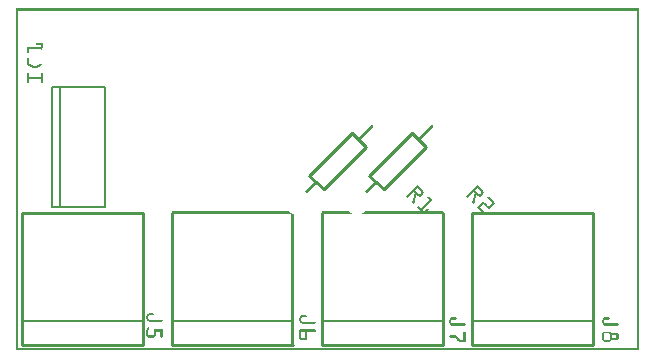
<source format=gto>
G04 MADE WITH FRITZING*
G04 WWW.FRITZING.ORG*
G04 DOUBLE SIDED*
G04 HOLES PLATED*
G04 CONTOUR ON CENTER OF CONTOUR VECTOR*
%ASAXBY*%
%FSLAX23Y23*%
%MOIN*%
%OFA0B0*%
%SFA1.0B1.0*%
%ADD10C,0.010000*%
%ADD11C,0.005000*%
%ADD12C,0.008000*%
%ADD13R,0.001000X0.001000*%
%LNSILK1*%
G90*
G70*
G54D10*
X1925Y459D02*
X1521Y459D01*
D02*
X1521Y459D02*
X1521Y19D01*
D02*
X1521Y19D02*
X1925Y19D01*
D02*
X1925Y19D02*
X1925Y459D01*
G54D11*
D02*
X1521Y99D02*
X1925Y99D01*
G54D10*
D02*
X1021Y459D02*
X1021Y19D01*
D02*
X1021Y19D02*
X1425Y19D01*
D02*
X1425Y19D02*
X1425Y459D01*
G54D11*
D02*
X1021Y99D02*
X1425Y99D01*
G54D10*
D02*
X521Y459D02*
X521Y19D01*
D02*
X521Y19D02*
X925Y19D01*
G54D11*
D02*
X521Y99D02*
X925Y99D01*
G54D10*
D02*
X425Y459D02*
X21Y459D01*
D02*
X21Y459D02*
X21Y19D01*
D02*
X21Y19D02*
X425Y19D01*
D02*
X425Y19D02*
X425Y459D01*
G54D11*
D02*
X21Y99D02*
X425Y99D01*
G54D10*
D02*
X1167Y678D02*
X1026Y537D01*
D02*
X1026Y537D02*
X979Y583D01*
D02*
X979Y583D02*
X1121Y725D01*
D02*
X1121Y725D02*
X1167Y678D01*
D02*
X1367Y678D02*
X1226Y537D01*
D02*
X1226Y537D02*
X1179Y583D01*
D02*
X1179Y583D02*
X1321Y725D01*
D02*
X1321Y725D02*
X1367Y678D01*
G54D12*
D02*
X296Y879D02*
X296Y479D01*
D02*
X296Y479D02*
X146Y479D01*
D02*
X146Y479D02*
X121Y479D01*
D02*
X121Y479D02*
X121Y879D01*
D02*
X121Y879D02*
X146Y879D01*
D02*
X146Y879D02*
X296Y879D01*
D02*
X146Y879D02*
X146Y479D01*
G54D13*
X0Y1141D02*
X2077Y1141D01*
X0Y1140D02*
X2077Y1140D01*
X0Y1139D02*
X2077Y1139D01*
X0Y1138D02*
X2077Y1138D01*
X0Y1137D02*
X2077Y1137D01*
X0Y1136D02*
X2077Y1136D01*
X0Y1135D02*
X2077Y1135D01*
X0Y1134D02*
X2077Y1134D01*
X0Y1133D02*
X7Y1133D01*
X2070Y1133D02*
X2077Y1133D01*
X0Y1132D02*
X7Y1132D01*
X2070Y1132D02*
X2077Y1132D01*
X0Y1131D02*
X7Y1131D01*
X2070Y1131D02*
X2077Y1131D01*
X0Y1130D02*
X7Y1130D01*
X2070Y1130D02*
X2077Y1130D01*
X0Y1129D02*
X7Y1129D01*
X2070Y1129D02*
X2077Y1129D01*
X0Y1128D02*
X7Y1128D01*
X2070Y1128D02*
X2077Y1128D01*
X0Y1127D02*
X7Y1127D01*
X2070Y1127D02*
X2077Y1127D01*
X0Y1126D02*
X7Y1126D01*
X2070Y1126D02*
X2077Y1126D01*
X0Y1125D02*
X7Y1125D01*
X2070Y1125D02*
X2077Y1125D01*
X0Y1124D02*
X7Y1124D01*
X2070Y1124D02*
X2077Y1124D01*
X0Y1123D02*
X7Y1123D01*
X2070Y1123D02*
X2077Y1123D01*
X0Y1122D02*
X7Y1122D01*
X2070Y1122D02*
X2077Y1122D01*
X0Y1121D02*
X7Y1121D01*
X2070Y1121D02*
X2077Y1121D01*
X0Y1120D02*
X7Y1120D01*
X2070Y1120D02*
X2077Y1120D01*
X0Y1119D02*
X7Y1119D01*
X2070Y1119D02*
X2077Y1119D01*
X0Y1118D02*
X7Y1118D01*
X2070Y1118D02*
X2077Y1118D01*
X0Y1117D02*
X7Y1117D01*
X2070Y1117D02*
X2077Y1117D01*
X0Y1116D02*
X7Y1116D01*
X2070Y1116D02*
X2077Y1116D01*
X0Y1115D02*
X7Y1115D01*
X2070Y1115D02*
X2077Y1115D01*
X0Y1114D02*
X7Y1114D01*
X2070Y1114D02*
X2077Y1114D01*
X0Y1113D02*
X7Y1113D01*
X2070Y1113D02*
X2077Y1113D01*
X0Y1112D02*
X7Y1112D01*
X2070Y1112D02*
X2077Y1112D01*
X0Y1111D02*
X7Y1111D01*
X2070Y1111D02*
X2077Y1111D01*
X0Y1110D02*
X7Y1110D01*
X2070Y1110D02*
X2077Y1110D01*
X0Y1109D02*
X7Y1109D01*
X2070Y1109D02*
X2077Y1109D01*
X0Y1108D02*
X7Y1108D01*
X2070Y1108D02*
X2077Y1108D01*
X0Y1107D02*
X7Y1107D01*
X2070Y1107D02*
X2077Y1107D01*
X0Y1106D02*
X7Y1106D01*
X2070Y1106D02*
X2077Y1106D01*
X0Y1105D02*
X7Y1105D01*
X2070Y1105D02*
X2077Y1105D01*
X0Y1104D02*
X7Y1104D01*
X2070Y1104D02*
X2077Y1104D01*
X0Y1103D02*
X7Y1103D01*
X2070Y1103D02*
X2077Y1103D01*
X0Y1102D02*
X7Y1102D01*
X2070Y1102D02*
X2077Y1102D01*
X0Y1101D02*
X7Y1101D01*
X2070Y1101D02*
X2077Y1101D01*
X0Y1100D02*
X7Y1100D01*
X2070Y1100D02*
X2077Y1100D01*
X0Y1099D02*
X7Y1099D01*
X2070Y1099D02*
X2077Y1099D01*
X0Y1098D02*
X7Y1098D01*
X2070Y1098D02*
X2077Y1098D01*
X0Y1097D02*
X7Y1097D01*
X2070Y1097D02*
X2077Y1097D01*
X0Y1096D02*
X7Y1096D01*
X2070Y1096D02*
X2077Y1096D01*
X0Y1095D02*
X7Y1095D01*
X2070Y1095D02*
X2077Y1095D01*
X0Y1094D02*
X7Y1094D01*
X2070Y1094D02*
X2077Y1094D01*
X0Y1093D02*
X7Y1093D01*
X2070Y1093D02*
X2077Y1093D01*
X0Y1092D02*
X7Y1092D01*
X2070Y1092D02*
X2077Y1092D01*
X0Y1091D02*
X7Y1091D01*
X2070Y1091D02*
X2077Y1091D01*
X0Y1090D02*
X7Y1090D01*
X2070Y1090D02*
X2077Y1090D01*
X0Y1089D02*
X7Y1089D01*
X2070Y1089D02*
X2077Y1089D01*
X0Y1088D02*
X7Y1088D01*
X2070Y1088D02*
X2077Y1088D01*
X0Y1087D02*
X7Y1087D01*
X2070Y1087D02*
X2077Y1087D01*
X0Y1086D02*
X7Y1086D01*
X2070Y1086D02*
X2077Y1086D01*
X0Y1085D02*
X7Y1085D01*
X2070Y1085D02*
X2077Y1085D01*
X0Y1084D02*
X7Y1084D01*
X2070Y1084D02*
X2077Y1084D01*
X0Y1083D02*
X7Y1083D01*
X2070Y1083D02*
X2077Y1083D01*
X0Y1082D02*
X7Y1082D01*
X2070Y1082D02*
X2077Y1082D01*
X0Y1081D02*
X7Y1081D01*
X2070Y1081D02*
X2077Y1081D01*
X0Y1080D02*
X7Y1080D01*
X2070Y1080D02*
X2077Y1080D01*
X0Y1079D02*
X7Y1079D01*
X2070Y1079D02*
X2077Y1079D01*
X0Y1078D02*
X7Y1078D01*
X2070Y1078D02*
X2077Y1078D01*
X0Y1077D02*
X7Y1077D01*
X2070Y1077D02*
X2077Y1077D01*
X0Y1076D02*
X7Y1076D01*
X2070Y1076D02*
X2077Y1076D01*
X0Y1075D02*
X7Y1075D01*
X2070Y1075D02*
X2077Y1075D01*
X0Y1074D02*
X7Y1074D01*
X2070Y1074D02*
X2077Y1074D01*
X0Y1073D02*
X7Y1073D01*
X2070Y1073D02*
X2077Y1073D01*
X0Y1072D02*
X7Y1072D01*
X2070Y1072D02*
X2077Y1072D01*
X0Y1071D02*
X7Y1071D01*
X2070Y1071D02*
X2077Y1071D01*
X0Y1070D02*
X7Y1070D01*
X2070Y1070D02*
X2077Y1070D01*
X0Y1069D02*
X7Y1069D01*
X2070Y1069D02*
X2077Y1069D01*
X0Y1068D02*
X7Y1068D01*
X2070Y1068D02*
X2077Y1068D01*
X0Y1067D02*
X7Y1067D01*
X2070Y1067D02*
X2077Y1067D01*
X0Y1066D02*
X7Y1066D01*
X2070Y1066D02*
X2077Y1066D01*
X0Y1065D02*
X7Y1065D01*
X2070Y1065D02*
X2077Y1065D01*
X0Y1064D02*
X7Y1064D01*
X2070Y1064D02*
X2077Y1064D01*
X0Y1063D02*
X7Y1063D01*
X2070Y1063D02*
X2077Y1063D01*
X0Y1062D02*
X7Y1062D01*
X2070Y1062D02*
X2077Y1062D01*
X0Y1061D02*
X7Y1061D01*
X2070Y1061D02*
X2077Y1061D01*
X0Y1060D02*
X7Y1060D01*
X2070Y1060D02*
X2077Y1060D01*
X0Y1059D02*
X7Y1059D01*
X2070Y1059D02*
X2077Y1059D01*
X0Y1058D02*
X7Y1058D01*
X2070Y1058D02*
X2077Y1058D01*
X0Y1057D02*
X7Y1057D01*
X2070Y1057D02*
X2077Y1057D01*
X0Y1056D02*
X7Y1056D01*
X2070Y1056D02*
X2077Y1056D01*
X0Y1055D02*
X7Y1055D01*
X2070Y1055D02*
X2077Y1055D01*
X0Y1054D02*
X7Y1054D01*
X2070Y1054D02*
X2077Y1054D01*
X0Y1053D02*
X7Y1053D01*
X2070Y1053D02*
X2077Y1053D01*
X0Y1052D02*
X7Y1052D01*
X2070Y1052D02*
X2077Y1052D01*
X0Y1051D02*
X7Y1051D01*
X2070Y1051D02*
X2077Y1051D01*
X0Y1050D02*
X7Y1050D01*
X2070Y1050D02*
X2077Y1050D01*
X0Y1049D02*
X7Y1049D01*
X2070Y1049D02*
X2077Y1049D01*
X0Y1048D02*
X7Y1048D01*
X2070Y1048D02*
X2077Y1048D01*
X0Y1047D02*
X7Y1047D01*
X2070Y1047D02*
X2077Y1047D01*
X0Y1046D02*
X7Y1046D01*
X2070Y1046D02*
X2077Y1046D01*
X0Y1045D02*
X7Y1045D01*
X2070Y1045D02*
X2077Y1045D01*
X0Y1044D02*
X7Y1044D01*
X2070Y1044D02*
X2077Y1044D01*
X0Y1043D02*
X7Y1043D01*
X2070Y1043D02*
X2077Y1043D01*
X0Y1042D02*
X7Y1042D01*
X2070Y1042D02*
X2077Y1042D01*
X0Y1041D02*
X7Y1041D01*
X2070Y1041D02*
X2077Y1041D01*
X0Y1040D02*
X7Y1040D01*
X2070Y1040D02*
X2077Y1040D01*
X0Y1039D02*
X7Y1039D01*
X2070Y1039D02*
X2077Y1039D01*
X0Y1038D02*
X7Y1038D01*
X2070Y1038D02*
X2077Y1038D01*
X0Y1037D02*
X7Y1037D01*
X2070Y1037D02*
X2077Y1037D01*
X0Y1036D02*
X7Y1036D01*
X2070Y1036D02*
X2077Y1036D01*
X0Y1035D02*
X7Y1035D01*
X2070Y1035D02*
X2077Y1035D01*
X0Y1034D02*
X7Y1034D01*
X2070Y1034D02*
X2077Y1034D01*
X0Y1033D02*
X7Y1033D01*
X2070Y1033D02*
X2077Y1033D01*
X0Y1032D02*
X7Y1032D01*
X2070Y1032D02*
X2077Y1032D01*
X0Y1031D02*
X7Y1031D01*
X2070Y1031D02*
X2077Y1031D01*
X0Y1030D02*
X7Y1030D01*
X2070Y1030D02*
X2077Y1030D01*
X0Y1029D02*
X7Y1029D01*
X2070Y1029D02*
X2077Y1029D01*
X0Y1028D02*
X7Y1028D01*
X2070Y1028D02*
X2077Y1028D01*
X0Y1027D02*
X7Y1027D01*
X2070Y1027D02*
X2077Y1027D01*
X0Y1026D02*
X7Y1026D01*
X2070Y1026D02*
X2077Y1026D01*
X0Y1025D02*
X7Y1025D01*
X68Y1025D02*
X89Y1025D01*
X2070Y1025D02*
X2077Y1025D01*
X0Y1024D02*
X7Y1024D01*
X67Y1024D02*
X90Y1024D01*
X2070Y1024D02*
X2077Y1024D01*
X0Y1023D02*
X7Y1023D01*
X67Y1023D02*
X90Y1023D01*
X2070Y1023D02*
X2077Y1023D01*
X0Y1022D02*
X7Y1022D01*
X67Y1022D02*
X91Y1022D01*
X2070Y1022D02*
X2077Y1022D01*
X0Y1021D02*
X7Y1021D01*
X67Y1021D02*
X91Y1021D01*
X2070Y1021D02*
X2077Y1021D01*
X0Y1020D02*
X7Y1020D01*
X68Y1020D02*
X91Y1020D01*
X2070Y1020D02*
X2077Y1020D01*
X0Y1019D02*
X7Y1019D01*
X69Y1019D02*
X91Y1019D01*
X2070Y1019D02*
X2077Y1019D01*
X0Y1018D02*
X7Y1018D01*
X85Y1018D02*
X91Y1018D01*
X2070Y1018D02*
X2077Y1018D01*
X0Y1017D02*
X7Y1017D01*
X85Y1017D02*
X91Y1017D01*
X2070Y1017D02*
X2077Y1017D01*
X0Y1016D02*
X7Y1016D01*
X85Y1016D02*
X91Y1016D01*
X2070Y1016D02*
X2077Y1016D01*
X0Y1015D02*
X7Y1015D01*
X85Y1015D02*
X91Y1015D01*
X2070Y1015D02*
X2077Y1015D01*
X0Y1014D02*
X7Y1014D01*
X85Y1014D02*
X91Y1014D01*
X2070Y1014D02*
X2077Y1014D01*
X0Y1013D02*
X7Y1013D01*
X85Y1013D02*
X91Y1013D01*
X2070Y1013D02*
X2077Y1013D01*
X0Y1012D02*
X7Y1012D01*
X38Y1012D02*
X91Y1012D01*
X2070Y1012D02*
X2077Y1012D01*
X0Y1011D02*
X7Y1011D01*
X37Y1011D02*
X91Y1011D01*
X2070Y1011D02*
X2077Y1011D01*
X0Y1010D02*
X7Y1010D01*
X37Y1010D02*
X91Y1010D01*
X2070Y1010D02*
X2077Y1010D01*
X0Y1009D02*
X7Y1009D01*
X37Y1009D02*
X90Y1009D01*
X2070Y1009D02*
X2077Y1009D01*
X0Y1008D02*
X7Y1008D01*
X37Y1008D02*
X89Y1008D01*
X2070Y1008D02*
X2077Y1008D01*
X0Y1007D02*
X7Y1007D01*
X37Y1007D02*
X88Y1007D01*
X2070Y1007D02*
X2077Y1007D01*
X0Y1006D02*
X7Y1006D01*
X37Y1006D02*
X87Y1006D01*
X2070Y1006D02*
X2077Y1006D01*
X0Y1005D02*
X7Y1005D01*
X37Y1005D02*
X44Y1005D01*
X84Y1005D02*
X87Y1005D01*
X2070Y1005D02*
X2077Y1005D01*
X0Y1004D02*
X7Y1004D01*
X37Y1004D02*
X43Y1004D01*
X85Y1004D02*
X86Y1004D01*
X2070Y1004D02*
X2077Y1004D01*
X0Y1003D02*
X7Y1003D01*
X37Y1003D02*
X43Y1003D01*
X85Y1003D02*
X85Y1003D01*
X2070Y1003D02*
X2077Y1003D01*
X0Y1002D02*
X7Y1002D01*
X37Y1002D02*
X43Y1002D01*
X2070Y1002D02*
X2077Y1002D01*
X0Y1001D02*
X7Y1001D01*
X37Y1001D02*
X43Y1001D01*
X2070Y1001D02*
X2077Y1001D01*
X0Y1000D02*
X7Y1000D01*
X37Y1000D02*
X43Y1000D01*
X2070Y1000D02*
X2077Y1000D01*
X0Y999D02*
X7Y999D01*
X37Y999D02*
X43Y999D01*
X2070Y999D02*
X2077Y999D01*
X0Y998D02*
X7Y998D01*
X37Y998D02*
X43Y998D01*
X2070Y998D02*
X2077Y998D01*
X0Y997D02*
X7Y997D01*
X37Y997D02*
X43Y997D01*
X2070Y997D02*
X2077Y997D01*
X0Y996D02*
X7Y996D01*
X37Y996D02*
X43Y996D01*
X2070Y996D02*
X2077Y996D01*
X0Y995D02*
X7Y995D01*
X37Y995D02*
X43Y995D01*
X2070Y995D02*
X2077Y995D01*
X0Y994D02*
X7Y994D01*
X38Y994D02*
X43Y994D01*
X2070Y994D02*
X2077Y994D01*
X0Y993D02*
X7Y993D01*
X38Y993D02*
X43Y993D01*
X2070Y993D02*
X2077Y993D01*
X0Y992D02*
X7Y992D01*
X39Y992D02*
X42Y992D01*
X2070Y992D02*
X2077Y992D01*
X0Y991D02*
X7Y991D01*
X2070Y991D02*
X2077Y991D01*
X0Y990D02*
X7Y990D01*
X2070Y990D02*
X2077Y990D01*
X0Y989D02*
X7Y989D01*
X2070Y989D02*
X2077Y989D01*
X0Y988D02*
X7Y988D01*
X2070Y988D02*
X2077Y988D01*
X0Y987D02*
X7Y987D01*
X2070Y987D02*
X2077Y987D01*
X0Y986D02*
X7Y986D01*
X2070Y986D02*
X2077Y986D01*
X0Y985D02*
X7Y985D01*
X2070Y985D02*
X2077Y985D01*
X0Y984D02*
X7Y984D01*
X2070Y984D02*
X2077Y984D01*
X0Y983D02*
X7Y983D01*
X2070Y983D02*
X2077Y983D01*
X0Y982D02*
X7Y982D01*
X2070Y982D02*
X2077Y982D01*
X0Y981D02*
X7Y981D01*
X2070Y981D02*
X2077Y981D01*
X0Y980D02*
X7Y980D01*
X2070Y980D02*
X2077Y980D01*
X0Y979D02*
X7Y979D01*
X2070Y979D02*
X2077Y979D01*
X0Y978D02*
X7Y978D01*
X2070Y978D02*
X2077Y978D01*
X0Y977D02*
X7Y977D01*
X2070Y977D02*
X2077Y977D01*
X0Y976D02*
X7Y976D01*
X2070Y976D02*
X2077Y976D01*
X0Y975D02*
X7Y975D01*
X39Y975D02*
X42Y975D01*
X2070Y975D02*
X2077Y975D01*
X0Y974D02*
X7Y974D01*
X38Y974D02*
X43Y974D01*
X2070Y974D02*
X2077Y974D01*
X0Y973D02*
X7Y973D01*
X38Y973D02*
X43Y973D01*
X2070Y973D02*
X2077Y973D01*
X0Y972D02*
X7Y972D01*
X37Y972D02*
X43Y972D01*
X2070Y972D02*
X2077Y972D01*
X0Y971D02*
X7Y971D01*
X37Y971D02*
X43Y971D01*
X2070Y971D02*
X2077Y971D01*
X0Y970D02*
X7Y970D01*
X37Y970D02*
X43Y970D01*
X2070Y970D02*
X2077Y970D01*
X0Y969D02*
X7Y969D01*
X37Y969D02*
X43Y969D01*
X2070Y969D02*
X2077Y969D01*
X0Y968D02*
X7Y968D01*
X37Y968D02*
X43Y968D01*
X2070Y968D02*
X2077Y968D01*
X0Y967D02*
X7Y967D01*
X37Y967D02*
X43Y967D01*
X2070Y967D02*
X2077Y967D01*
X0Y966D02*
X7Y966D01*
X37Y966D02*
X43Y966D01*
X2070Y966D02*
X2077Y966D01*
X0Y965D02*
X7Y965D01*
X37Y965D02*
X43Y965D01*
X2070Y965D02*
X2077Y965D01*
X0Y964D02*
X7Y964D01*
X37Y964D02*
X43Y964D01*
X2070Y964D02*
X2077Y964D01*
X0Y963D02*
X7Y963D01*
X37Y963D02*
X43Y963D01*
X2070Y963D02*
X2077Y963D01*
X0Y962D02*
X7Y962D01*
X37Y962D02*
X43Y962D01*
X2070Y962D02*
X2077Y962D01*
X0Y961D02*
X7Y961D01*
X37Y961D02*
X43Y961D01*
X2070Y961D02*
X2077Y961D01*
X0Y960D02*
X7Y960D01*
X37Y960D02*
X43Y960D01*
X2070Y960D02*
X2077Y960D01*
X0Y959D02*
X7Y959D01*
X37Y959D02*
X44Y959D01*
X2070Y959D02*
X2077Y959D01*
X0Y958D02*
X7Y958D01*
X38Y958D02*
X44Y958D01*
X2070Y958D02*
X2077Y958D01*
X0Y957D02*
X7Y957D01*
X38Y957D02*
X44Y957D01*
X84Y957D02*
X84Y957D01*
X2070Y957D02*
X2077Y957D01*
X0Y956D02*
X7Y956D01*
X38Y956D02*
X46Y956D01*
X82Y956D02*
X84Y956D01*
X2070Y956D02*
X2077Y956D01*
X0Y955D02*
X7Y955D01*
X38Y955D02*
X48Y955D01*
X80Y955D02*
X85Y955D01*
X2070Y955D02*
X2077Y955D01*
X0Y954D02*
X7Y954D01*
X39Y954D02*
X50Y954D01*
X78Y954D02*
X86Y954D01*
X2070Y954D02*
X2077Y954D01*
X0Y953D02*
X7Y953D01*
X39Y953D02*
X52Y953D01*
X76Y953D02*
X87Y953D01*
X2070Y953D02*
X2077Y953D01*
X0Y952D02*
X7Y952D01*
X40Y952D02*
X54Y952D01*
X75Y952D02*
X87Y952D01*
X2070Y952D02*
X2077Y952D01*
X0Y951D02*
X7Y951D01*
X41Y951D02*
X56Y951D01*
X73Y951D02*
X87Y951D01*
X2070Y951D02*
X2077Y951D01*
X0Y950D02*
X7Y950D01*
X43Y950D02*
X58Y950D01*
X71Y950D02*
X85Y950D01*
X2070Y950D02*
X2077Y950D01*
X0Y949D02*
X7Y949D01*
X45Y949D02*
X60Y949D01*
X69Y949D02*
X83Y949D01*
X2070Y949D02*
X2077Y949D01*
X0Y948D02*
X7Y948D01*
X47Y948D02*
X81Y948D01*
X2070Y948D02*
X2077Y948D01*
X0Y947D02*
X7Y947D01*
X49Y947D02*
X79Y947D01*
X2070Y947D02*
X2077Y947D01*
X0Y946D02*
X7Y946D01*
X51Y946D02*
X77Y946D01*
X2070Y946D02*
X2077Y946D01*
X0Y945D02*
X7Y945D01*
X53Y945D02*
X75Y945D01*
X2070Y945D02*
X2077Y945D01*
X0Y944D02*
X7Y944D01*
X55Y944D02*
X73Y944D01*
X2070Y944D02*
X2077Y944D01*
X0Y943D02*
X7Y943D01*
X57Y943D02*
X71Y943D01*
X2070Y943D02*
X2077Y943D01*
X0Y942D02*
X7Y942D01*
X59Y942D02*
X69Y942D01*
X2070Y942D02*
X2077Y942D01*
X0Y941D02*
X7Y941D01*
X2070Y941D02*
X2077Y941D01*
X0Y940D02*
X7Y940D01*
X2070Y940D02*
X2077Y940D01*
X0Y939D02*
X7Y939D01*
X2070Y939D02*
X2077Y939D01*
X0Y938D02*
X7Y938D01*
X2070Y938D02*
X2077Y938D01*
X0Y937D02*
X7Y937D01*
X2070Y937D02*
X2077Y937D01*
X0Y936D02*
X7Y936D01*
X2070Y936D02*
X2077Y936D01*
X0Y935D02*
X7Y935D01*
X2070Y935D02*
X2077Y935D01*
X0Y934D02*
X7Y934D01*
X2070Y934D02*
X2077Y934D01*
X0Y933D02*
X7Y933D01*
X2070Y933D02*
X2077Y933D01*
X0Y932D02*
X7Y932D01*
X2070Y932D02*
X2077Y932D01*
X0Y931D02*
X7Y931D01*
X2070Y931D02*
X2077Y931D01*
X0Y930D02*
X7Y930D01*
X2070Y930D02*
X2077Y930D01*
X0Y929D02*
X7Y929D01*
X2070Y929D02*
X2077Y929D01*
X0Y928D02*
X7Y928D01*
X2070Y928D02*
X2077Y928D01*
X0Y927D02*
X7Y927D01*
X2070Y927D02*
X2077Y927D01*
X0Y926D02*
X7Y926D01*
X2070Y926D02*
X2077Y926D01*
X0Y925D02*
X7Y925D01*
X39Y925D02*
X42Y925D01*
X87Y925D02*
X89Y925D01*
X2070Y925D02*
X2077Y925D01*
X0Y924D02*
X7Y924D01*
X38Y924D02*
X43Y924D01*
X85Y924D02*
X90Y924D01*
X2070Y924D02*
X2077Y924D01*
X0Y923D02*
X7Y923D01*
X38Y923D02*
X43Y923D01*
X85Y923D02*
X90Y923D01*
X2070Y923D02*
X2077Y923D01*
X0Y922D02*
X7Y922D01*
X37Y922D02*
X43Y922D01*
X85Y922D02*
X91Y922D01*
X2070Y922D02*
X2077Y922D01*
X0Y921D02*
X7Y921D01*
X37Y921D02*
X43Y921D01*
X85Y921D02*
X91Y921D01*
X2070Y921D02*
X2077Y921D01*
X0Y920D02*
X7Y920D01*
X37Y920D02*
X43Y920D01*
X85Y920D02*
X91Y920D01*
X2070Y920D02*
X2077Y920D01*
X0Y919D02*
X7Y919D01*
X37Y919D02*
X43Y919D01*
X85Y919D02*
X91Y919D01*
X2070Y919D02*
X2077Y919D01*
X0Y918D02*
X7Y918D01*
X37Y918D02*
X43Y918D01*
X85Y918D02*
X91Y918D01*
X2070Y918D02*
X2077Y918D01*
X0Y917D02*
X7Y917D01*
X37Y917D02*
X43Y917D01*
X85Y917D02*
X91Y917D01*
X2070Y917D02*
X2077Y917D01*
X0Y916D02*
X7Y916D01*
X37Y916D02*
X43Y916D01*
X85Y916D02*
X91Y916D01*
X2070Y916D02*
X2077Y916D01*
X0Y915D02*
X7Y915D01*
X37Y915D02*
X43Y915D01*
X85Y915D02*
X91Y915D01*
X2070Y915D02*
X2077Y915D01*
X0Y914D02*
X7Y914D01*
X37Y914D02*
X43Y914D01*
X85Y914D02*
X91Y914D01*
X2070Y914D02*
X2077Y914D01*
X0Y913D02*
X7Y913D01*
X37Y913D02*
X43Y913D01*
X85Y913D02*
X91Y913D01*
X2070Y913D02*
X2077Y913D01*
X0Y912D02*
X7Y912D01*
X37Y912D02*
X44Y912D01*
X85Y912D02*
X91Y912D01*
X2070Y912D02*
X2077Y912D01*
X0Y911D02*
X7Y911D01*
X37Y911D02*
X91Y911D01*
X2070Y911D02*
X2077Y911D01*
X0Y910D02*
X7Y910D01*
X37Y910D02*
X91Y910D01*
X2070Y910D02*
X2077Y910D01*
X0Y909D02*
X7Y909D01*
X37Y909D02*
X91Y909D01*
X2070Y909D02*
X2077Y909D01*
X0Y908D02*
X7Y908D01*
X37Y908D02*
X91Y908D01*
X2070Y908D02*
X2077Y908D01*
X0Y907D02*
X7Y907D01*
X37Y907D02*
X91Y907D01*
X2070Y907D02*
X2077Y907D01*
X0Y906D02*
X7Y906D01*
X37Y906D02*
X91Y906D01*
X2070Y906D02*
X2077Y906D01*
X0Y905D02*
X7Y905D01*
X37Y905D02*
X91Y905D01*
X2070Y905D02*
X2077Y905D01*
X0Y904D02*
X7Y904D01*
X37Y904D02*
X43Y904D01*
X85Y904D02*
X91Y904D01*
X2070Y904D02*
X2077Y904D01*
X0Y903D02*
X7Y903D01*
X37Y903D02*
X43Y903D01*
X85Y903D02*
X91Y903D01*
X2070Y903D02*
X2077Y903D01*
X0Y902D02*
X7Y902D01*
X37Y902D02*
X43Y902D01*
X85Y902D02*
X91Y902D01*
X2070Y902D02*
X2077Y902D01*
X0Y901D02*
X7Y901D01*
X37Y901D02*
X43Y901D01*
X85Y901D02*
X91Y901D01*
X2070Y901D02*
X2077Y901D01*
X0Y900D02*
X7Y900D01*
X37Y900D02*
X43Y900D01*
X85Y900D02*
X91Y900D01*
X2070Y900D02*
X2077Y900D01*
X0Y899D02*
X7Y899D01*
X37Y899D02*
X43Y899D01*
X85Y899D02*
X91Y899D01*
X2070Y899D02*
X2077Y899D01*
X0Y898D02*
X7Y898D01*
X37Y898D02*
X43Y898D01*
X85Y898D02*
X91Y898D01*
X2070Y898D02*
X2077Y898D01*
X0Y897D02*
X7Y897D01*
X37Y897D02*
X43Y897D01*
X85Y897D02*
X91Y897D01*
X2070Y897D02*
X2077Y897D01*
X0Y896D02*
X7Y896D01*
X37Y896D02*
X43Y896D01*
X85Y896D02*
X91Y896D01*
X2070Y896D02*
X2077Y896D01*
X0Y895D02*
X7Y895D01*
X37Y895D02*
X43Y895D01*
X85Y895D02*
X91Y895D01*
X2070Y895D02*
X2077Y895D01*
X0Y894D02*
X7Y894D01*
X38Y894D02*
X43Y894D01*
X85Y894D02*
X91Y894D01*
X2070Y894D02*
X2077Y894D01*
X0Y893D02*
X7Y893D01*
X38Y893D02*
X43Y893D01*
X85Y893D02*
X90Y893D01*
X2070Y893D02*
X2077Y893D01*
X0Y892D02*
X7Y892D01*
X38Y892D02*
X42Y892D01*
X86Y892D02*
X90Y892D01*
X2070Y892D02*
X2077Y892D01*
X0Y891D02*
X7Y891D01*
X40Y891D02*
X41Y891D01*
X87Y891D02*
X88Y891D01*
X2070Y891D02*
X2077Y891D01*
X0Y890D02*
X7Y890D01*
X2070Y890D02*
X2077Y890D01*
X0Y889D02*
X7Y889D01*
X2070Y889D02*
X2077Y889D01*
X0Y888D02*
X7Y888D01*
X2070Y888D02*
X2077Y888D01*
X0Y887D02*
X7Y887D01*
X2070Y887D02*
X2077Y887D01*
X0Y886D02*
X7Y886D01*
X2070Y886D02*
X2077Y886D01*
X0Y885D02*
X7Y885D01*
X2070Y885D02*
X2077Y885D01*
X0Y884D02*
X7Y884D01*
X2070Y884D02*
X2077Y884D01*
X0Y883D02*
X7Y883D01*
X2070Y883D02*
X2077Y883D01*
X0Y882D02*
X7Y882D01*
X2070Y882D02*
X2077Y882D01*
X0Y881D02*
X7Y881D01*
X2070Y881D02*
X2077Y881D01*
X0Y880D02*
X7Y880D01*
X2070Y880D02*
X2077Y880D01*
X0Y879D02*
X7Y879D01*
X2070Y879D02*
X2077Y879D01*
X0Y878D02*
X7Y878D01*
X2070Y878D02*
X2077Y878D01*
X0Y877D02*
X7Y877D01*
X2070Y877D02*
X2077Y877D01*
X0Y876D02*
X7Y876D01*
X2070Y876D02*
X2077Y876D01*
X0Y875D02*
X7Y875D01*
X2070Y875D02*
X2077Y875D01*
X0Y874D02*
X7Y874D01*
X2070Y874D02*
X2077Y874D01*
X0Y873D02*
X7Y873D01*
X2070Y873D02*
X2077Y873D01*
X0Y872D02*
X7Y872D01*
X2070Y872D02*
X2077Y872D01*
X0Y871D02*
X7Y871D01*
X2070Y871D02*
X2077Y871D01*
X0Y870D02*
X7Y870D01*
X2070Y870D02*
X2077Y870D01*
X0Y869D02*
X7Y869D01*
X2070Y869D02*
X2077Y869D01*
X0Y868D02*
X7Y868D01*
X2070Y868D02*
X2077Y868D01*
X0Y867D02*
X7Y867D01*
X2070Y867D02*
X2077Y867D01*
X0Y866D02*
X7Y866D01*
X2070Y866D02*
X2077Y866D01*
X0Y865D02*
X7Y865D01*
X2070Y865D02*
X2077Y865D01*
X0Y864D02*
X7Y864D01*
X2070Y864D02*
X2077Y864D01*
X0Y863D02*
X7Y863D01*
X2070Y863D02*
X2077Y863D01*
X0Y862D02*
X7Y862D01*
X2070Y862D02*
X2077Y862D01*
X0Y861D02*
X7Y861D01*
X2070Y861D02*
X2077Y861D01*
X0Y860D02*
X7Y860D01*
X2070Y860D02*
X2077Y860D01*
X0Y859D02*
X7Y859D01*
X2070Y859D02*
X2077Y859D01*
X0Y858D02*
X7Y858D01*
X2070Y858D02*
X2077Y858D01*
X0Y857D02*
X7Y857D01*
X2070Y857D02*
X2077Y857D01*
X0Y856D02*
X7Y856D01*
X2070Y856D02*
X2077Y856D01*
X0Y855D02*
X7Y855D01*
X2070Y855D02*
X2077Y855D01*
X0Y854D02*
X7Y854D01*
X2070Y854D02*
X2077Y854D01*
X0Y853D02*
X7Y853D01*
X2070Y853D02*
X2077Y853D01*
X0Y852D02*
X7Y852D01*
X2070Y852D02*
X2077Y852D01*
X0Y851D02*
X7Y851D01*
X2070Y851D02*
X2077Y851D01*
X0Y850D02*
X7Y850D01*
X2070Y850D02*
X2077Y850D01*
X0Y849D02*
X7Y849D01*
X2070Y849D02*
X2077Y849D01*
X0Y848D02*
X7Y848D01*
X2070Y848D02*
X2077Y848D01*
X0Y847D02*
X7Y847D01*
X2070Y847D02*
X2077Y847D01*
X0Y846D02*
X7Y846D01*
X2070Y846D02*
X2077Y846D01*
X0Y845D02*
X7Y845D01*
X2070Y845D02*
X2077Y845D01*
X0Y844D02*
X7Y844D01*
X2070Y844D02*
X2077Y844D01*
X0Y843D02*
X7Y843D01*
X2070Y843D02*
X2077Y843D01*
X0Y842D02*
X7Y842D01*
X2070Y842D02*
X2077Y842D01*
X0Y841D02*
X7Y841D01*
X2070Y841D02*
X2077Y841D01*
X0Y840D02*
X7Y840D01*
X2070Y840D02*
X2077Y840D01*
X0Y839D02*
X7Y839D01*
X2070Y839D02*
X2077Y839D01*
X0Y838D02*
X7Y838D01*
X2070Y838D02*
X2077Y838D01*
X0Y837D02*
X7Y837D01*
X2070Y837D02*
X2077Y837D01*
X0Y836D02*
X7Y836D01*
X2070Y836D02*
X2077Y836D01*
X0Y835D02*
X7Y835D01*
X2070Y835D02*
X2077Y835D01*
X0Y834D02*
X7Y834D01*
X2070Y834D02*
X2077Y834D01*
X0Y833D02*
X7Y833D01*
X2070Y833D02*
X2077Y833D01*
X0Y832D02*
X7Y832D01*
X2070Y832D02*
X2077Y832D01*
X0Y831D02*
X7Y831D01*
X2070Y831D02*
X2077Y831D01*
X0Y830D02*
X7Y830D01*
X2070Y830D02*
X2077Y830D01*
X0Y829D02*
X7Y829D01*
X2070Y829D02*
X2077Y829D01*
X0Y828D02*
X7Y828D01*
X2070Y828D02*
X2077Y828D01*
X0Y827D02*
X7Y827D01*
X2070Y827D02*
X2077Y827D01*
X0Y826D02*
X7Y826D01*
X2070Y826D02*
X2077Y826D01*
X0Y825D02*
X7Y825D01*
X2070Y825D02*
X2077Y825D01*
X0Y824D02*
X7Y824D01*
X2070Y824D02*
X2077Y824D01*
X0Y823D02*
X7Y823D01*
X2070Y823D02*
X2077Y823D01*
X0Y822D02*
X7Y822D01*
X2070Y822D02*
X2077Y822D01*
X0Y821D02*
X7Y821D01*
X2070Y821D02*
X2077Y821D01*
X0Y820D02*
X7Y820D01*
X2070Y820D02*
X2077Y820D01*
X0Y819D02*
X7Y819D01*
X2070Y819D02*
X2077Y819D01*
X0Y818D02*
X7Y818D01*
X2070Y818D02*
X2077Y818D01*
X0Y817D02*
X7Y817D01*
X2070Y817D02*
X2077Y817D01*
X0Y816D02*
X7Y816D01*
X2070Y816D02*
X2077Y816D01*
X0Y815D02*
X7Y815D01*
X2070Y815D02*
X2077Y815D01*
X0Y814D02*
X7Y814D01*
X2070Y814D02*
X2077Y814D01*
X0Y813D02*
X7Y813D01*
X2070Y813D02*
X2077Y813D01*
X0Y812D02*
X7Y812D01*
X2070Y812D02*
X2077Y812D01*
X0Y811D02*
X7Y811D01*
X2070Y811D02*
X2077Y811D01*
X0Y810D02*
X7Y810D01*
X2070Y810D02*
X2077Y810D01*
X0Y809D02*
X7Y809D01*
X2070Y809D02*
X2077Y809D01*
X0Y808D02*
X7Y808D01*
X2070Y808D02*
X2077Y808D01*
X0Y807D02*
X7Y807D01*
X2070Y807D02*
X2077Y807D01*
X0Y806D02*
X7Y806D01*
X2070Y806D02*
X2077Y806D01*
X0Y805D02*
X7Y805D01*
X2070Y805D02*
X2077Y805D01*
X0Y804D02*
X7Y804D01*
X2070Y804D02*
X2077Y804D01*
X0Y803D02*
X7Y803D01*
X2070Y803D02*
X2077Y803D01*
X0Y802D02*
X7Y802D01*
X2070Y802D02*
X2077Y802D01*
X0Y801D02*
X7Y801D01*
X2070Y801D02*
X2077Y801D01*
X0Y800D02*
X7Y800D01*
X2070Y800D02*
X2077Y800D01*
X0Y799D02*
X7Y799D01*
X2070Y799D02*
X2077Y799D01*
X0Y798D02*
X7Y798D01*
X2070Y798D02*
X2077Y798D01*
X0Y797D02*
X7Y797D01*
X2070Y797D02*
X2077Y797D01*
X0Y796D02*
X7Y796D01*
X2070Y796D02*
X2077Y796D01*
X0Y795D02*
X7Y795D01*
X2070Y795D02*
X2077Y795D01*
X0Y794D02*
X7Y794D01*
X2070Y794D02*
X2077Y794D01*
X0Y793D02*
X7Y793D01*
X2070Y793D02*
X2077Y793D01*
X0Y792D02*
X7Y792D01*
X2070Y792D02*
X2077Y792D01*
X0Y791D02*
X7Y791D01*
X2070Y791D02*
X2077Y791D01*
X0Y790D02*
X7Y790D01*
X2070Y790D02*
X2077Y790D01*
X0Y789D02*
X7Y789D01*
X2070Y789D02*
X2077Y789D01*
X0Y788D02*
X7Y788D01*
X2070Y788D02*
X2077Y788D01*
X0Y787D02*
X7Y787D01*
X2070Y787D02*
X2077Y787D01*
X0Y786D02*
X7Y786D01*
X2070Y786D02*
X2077Y786D01*
X0Y785D02*
X7Y785D01*
X2070Y785D02*
X2077Y785D01*
X0Y784D02*
X7Y784D01*
X2070Y784D02*
X2077Y784D01*
X0Y783D02*
X7Y783D01*
X2070Y783D02*
X2077Y783D01*
X0Y782D02*
X7Y782D01*
X2070Y782D02*
X2077Y782D01*
X0Y781D02*
X7Y781D01*
X2070Y781D02*
X2077Y781D01*
X0Y780D02*
X7Y780D01*
X2070Y780D02*
X2077Y780D01*
X0Y779D02*
X7Y779D01*
X2070Y779D02*
X2077Y779D01*
X0Y778D02*
X7Y778D01*
X2070Y778D02*
X2077Y778D01*
X0Y777D02*
X7Y777D01*
X2070Y777D02*
X2077Y777D01*
X0Y776D02*
X7Y776D01*
X2070Y776D02*
X2077Y776D01*
X0Y775D02*
X7Y775D01*
X2070Y775D02*
X2077Y775D01*
X0Y774D02*
X7Y774D01*
X2070Y774D02*
X2077Y774D01*
X0Y773D02*
X7Y773D01*
X2070Y773D02*
X2077Y773D01*
X0Y772D02*
X7Y772D01*
X2070Y772D02*
X2077Y772D01*
X0Y771D02*
X7Y771D01*
X2070Y771D02*
X2077Y771D01*
X0Y770D02*
X7Y770D01*
X2070Y770D02*
X2077Y770D01*
X0Y769D02*
X7Y769D01*
X2070Y769D02*
X2077Y769D01*
X0Y768D02*
X7Y768D01*
X2070Y768D02*
X2077Y768D01*
X0Y767D02*
X7Y767D01*
X2070Y767D02*
X2077Y767D01*
X0Y766D02*
X7Y766D01*
X2070Y766D02*
X2077Y766D01*
X0Y765D02*
X7Y765D01*
X2070Y765D02*
X2077Y765D01*
X0Y764D02*
X7Y764D01*
X2070Y764D02*
X2077Y764D01*
X0Y763D02*
X7Y763D01*
X2070Y763D02*
X2077Y763D01*
X0Y762D02*
X7Y762D01*
X2070Y762D02*
X2077Y762D01*
X0Y761D02*
X7Y761D01*
X2070Y761D02*
X2077Y761D01*
X0Y760D02*
X7Y760D01*
X2070Y760D02*
X2077Y760D01*
X0Y759D02*
X7Y759D01*
X2070Y759D02*
X2077Y759D01*
X0Y758D02*
X7Y758D01*
X2070Y758D02*
X2077Y758D01*
X0Y757D02*
X7Y757D01*
X2070Y757D02*
X2077Y757D01*
X0Y756D02*
X7Y756D01*
X2070Y756D02*
X2077Y756D01*
X0Y755D02*
X7Y755D01*
X2070Y755D02*
X2077Y755D01*
X0Y754D02*
X7Y754D01*
X2070Y754D02*
X2077Y754D01*
X0Y753D02*
X7Y753D01*
X2070Y753D02*
X2077Y753D01*
X0Y752D02*
X7Y752D01*
X1187Y752D02*
X1187Y752D01*
X1387Y752D02*
X1387Y752D01*
X2070Y752D02*
X2077Y752D01*
X0Y751D02*
X7Y751D01*
X1186Y751D02*
X1188Y751D01*
X1386Y751D02*
X1388Y751D01*
X2070Y751D02*
X2077Y751D01*
X0Y750D02*
X7Y750D01*
X1185Y750D02*
X1189Y750D01*
X1385Y750D02*
X1389Y750D01*
X2070Y750D02*
X2077Y750D01*
X0Y749D02*
X7Y749D01*
X1184Y749D02*
X1190Y749D01*
X1384Y749D02*
X1390Y749D01*
X2070Y749D02*
X2077Y749D01*
X0Y748D02*
X7Y748D01*
X1183Y748D02*
X1191Y748D01*
X1383Y748D02*
X1391Y748D01*
X2070Y748D02*
X2077Y748D01*
X0Y747D02*
X7Y747D01*
X1182Y747D02*
X1192Y747D01*
X1382Y747D02*
X1392Y747D01*
X2070Y747D02*
X2077Y747D01*
X0Y746D02*
X7Y746D01*
X1181Y746D02*
X1193Y746D01*
X1381Y746D02*
X1393Y746D01*
X2070Y746D02*
X2077Y746D01*
X0Y745D02*
X7Y745D01*
X1180Y745D02*
X1193Y745D01*
X1380Y745D02*
X1393Y745D01*
X2070Y745D02*
X2077Y745D01*
X0Y744D02*
X7Y744D01*
X1179Y744D02*
X1192Y744D01*
X1379Y744D02*
X1392Y744D01*
X2070Y744D02*
X2077Y744D01*
X0Y743D02*
X7Y743D01*
X1178Y743D02*
X1191Y743D01*
X1378Y743D02*
X1391Y743D01*
X2070Y743D02*
X2077Y743D01*
X0Y742D02*
X7Y742D01*
X1177Y742D02*
X1190Y742D01*
X1377Y742D02*
X1390Y742D01*
X2070Y742D02*
X2077Y742D01*
X0Y741D02*
X7Y741D01*
X1176Y741D02*
X1189Y741D01*
X1376Y741D02*
X1389Y741D01*
X2070Y741D02*
X2077Y741D01*
X0Y740D02*
X7Y740D01*
X1175Y740D02*
X1188Y740D01*
X1375Y740D02*
X1388Y740D01*
X2070Y740D02*
X2077Y740D01*
X0Y739D02*
X7Y739D01*
X1174Y739D02*
X1187Y739D01*
X1374Y739D02*
X1387Y739D01*
X2070Y739D02*
X2077Y739D01*
X0Y738D02*
X7Y738D01*
X1173Y738D02*
X1186Y738D01*
X1373Y738D02*
X1386Y738D01*
X2070Y738D02*
X2077Y738D01*
X0Y737D02*
X7Y737D01*
X1172Y737D02*
X1185Y737D01*
X1372Y737D02*
X1385Y737D01*
X2070Y737D02*
X2077Y737D01*
X0Y736D02*
X7Y736D01*
X1171Y736D02*
X1184Y736D01*
X1371Y736D02*
X1384Y736D01*
X2070Y736D02*
X2077Y736D01*
X0Y735D02*
X7Y735D01*
X1170Y735D02*
X1183Y735D01*
X1370Y735D02*
X1383Y735D01*
X2070Y735D02*
X2077Y735D01*
X0Y734D02*
X7Y734D01*
X1169Y734D02*
X1182Y734D01*
X1369Y734D02*
X1382Y734D01*
X2070Y734D02*
X2077Y734D01*
X0Y733D02*
X7Y733D01*
X1168Y733D02*
X1181Y733D01*
X1368Y733D02*
X1381Y733D01*
X2070Y733D02*
X2077Y733D01*
X0Y732D02*
X7Y732D01*
X1167Y732D02*
X1180Y732D01*
X1367Y732D02*
X1380Y732D01*
X2070Y732D02*
X2077Y732D01*
X0Y731D02*
X7Y731D01*
X1166Y731D02*
X1179Y731D01*
X1366Y731D02*
X1379Y731D01*
X2070Y731D02*
X2077Y731D01*
X0Y730D02*
X7Y730D01*
X1165Y730D02*
X1178Y730D01*
X1365Y730D02*
X1378Y730D01*
X2070Y730D02*
X2077Y730D01*
X0Y729D02*
X7Y729D01*
X1164Y729D02*
X1177Y729D01*
X1364Y729D02*
X1377Y729D01*
X2070Y729D02*
X2077Y729D01*
X0Y728D02*
X7Y728D01*
X1163Y728D02*
X1176Y728D01*
X1363Y728D02*
X1376Y728D01*
X2070Y728D02*
X2077Y728D01*
X0Y727D02*
X7Y727D01*
X1162Y727D02*
X1175Y727D01*
X1362Y727D02*
X1375Y727D01*
X2070Y727D02*
X2077Y727D01*
X0Y726D02*
X7Y726D01*
X1161Y726D02*
X1174Y726D01*
X1361Y726D02*
X1374Y726D01*
X2070Y726D02*
X2077Y726D01*
X0Y725D02*
X7Y725D01*
X1160Y725D02*
X1173Y725D01*
X1360Y725D02*
X1373Y725D01*
X2070Y725D02*
X2077Y725D01*
X0Y724D02*
X7Y724D01*
X1159Y724D02*
X1172Y724D01*
X1359Y724D02*
X1372Y724D01*
X2070Y724D02*
X2077Y724D01*
X0Y723D02*
X7Y723D01*
X1158Y723D02*
X1171Y723D01*
X1358Y723D02*
X1371Y723D01*
X2070Y723D02*
X2077Y723D01*
X0Y722D02*
X7Y722D01*
X1157Y722D02*
X1170Y722D01*
X1357Y722D02*
X1370Y722D01*
X2070Y722D02*
X2077Y722D01*
X0Y721D02*
X7Y721D01*
X1156Y721D02*
X1169Y721D01*
X1356Y721D02*
X1369Y721D01*
X2070Y721D02*
X2077Y721D01*
X0Y720D02*
X7Y720D01*
X1155Y720D02*
X1168Y720D01*
X1355Y720D02*
X1368Y720D01*
X2070Y720D02*
X2077Y720D01*
X0Y719D02*
X7Y719D01*
X1154Y719D02*
X1167Y719D01*
X1354Y719D02*
X1367Y719D01*
X2070Y719D02*
X2077Y719D01*
X0Y718D02*
X7Y718D01*
X1153Y718D02*
X1166Y718D01*
X1353Y718D02*
X1366Y718D01*
X2070Y718D02*
X2077Y718D01*
X0Y717D02*
X7Y717D01*
X1152Y717D02*
X1165Y717D01*
X1352Y717D02*
X1365Y717D01*
X2070Y717D02*
X2077Y717D01*
X0Y716D02*
X7Y716D01*
X1151Y716D02*
X1164Y716D01*
X1351Y716D02*
X1364Y716D01*
X2070Y716D02*
X2077Y716D01*
X0Y715D02*
X7Y715D01*
X1150Y715D02*
X1163Y715D01*
X1350Y715D02*
X1363Y715D01*
X2070Y715D02*
X2077Y715D01*
X0Y714D02*
X7Y714D01*
X1149Y714D02*
X1162Y714D01*
X1349Y714D02*
X1362Y714D01*
X2070Y714D02*
X2077Y714D01*
X0Y713D02*
X7Y713D01*
X1148Y713D02*
X1161Y713D01*
X1348Y713D02*
X1361Y713D01*
X2070Y713D02*
X2077Y713D01*
X0Y712D02*
X7Y712D01*
X1147Y712D02*
X1160Y712D01*
X1347Y712D02*
X1360Y712D01*
X2070Y712D02*
X2077Y712D01*
X0Y711D02*
X7Y711D01*
X1146Y711D02*
X1159Y711D01*
X1346Y711D02*
X1359Y711D01*
X2070Y711D02*
X2077Y711D01*
X0Y710D02*
X7Y710D01*
X1145Y710D02*
X1158Y710D01*
X1345Y710D02*
X1358Y710D01*
X2070Y710D02*
X2077Y710D01*
X0Y709D02*
X7Y709D01*
X1144Y709D02*
X1157Y709D01*
X1344Y709D02*
X1357Y709D01*
X2070Y709D02*
X2077Y709D01*
X0Y708D02*
X7Y708D01*
X1143Y708D02*
X1156Y708D01*
X1343Y708D02*
X1356Y708D01*
X2070Y708D02*
X2077Y708D01*
X0Y707D02*
X7Y707D01*
X1142Y707D02*
X1155Y707D01*
X1342Y707D02*
X1355Y707D01*
X2070Y707D02*
X2077Y707D01*
X0Y706D02*
X7Y706D01*
X1141Y706D02*
X1154Y706D01*
X1341Y706D02*
X1354Y706D01*
X2070Y706D02*
X2077Y706D01*
X0Y705D02*
X7Y705D01*
X1140Y705D02*
X1153Y705D01*
X1340Y705D02*
X1353Y705D01*
X2070Y705D02*
X2077Y705D01*
X0Y704D02*
X7Y704D01*
X1141Y704D02*
X1152Y704D01*
X1341Y704D02*
X1352Y704D01*
X2070Y704D02*
X2077Y704D01*
X0Y703D02*
X7Y703D01*
X1142Y703D02*
X1151Y703D01*
X1342Y703D02*
X1351Y703D01*
X2070Y703D02*
X2077Y703D01*
X0Y702D02*
X7Y702D01*
X1143Y702D02*
X1150Y702D01*
X1343Y702D02*
X1350Y702D01*
X2070Y702D02*
X2077Y702D01*
X0Y701D02*
X7Y701D01*
X1144Y701D02*
X1149Y701D01*
X1344Y701D02*
X1349Y701D01*
X2070Y701D02*
X2077Y701D01*
X0Y700D02*
X7Y700D01*
X1145Y700D02*
X1148Y700D01*
X1345Y700D02*
X1348Y700D01*
X2070Y700D02*
X2077Y700D01*
X0Y699D02*
X7Y699D01*
X1146Y699D02*
X1147Y699D01*
X1346Y699D02*
X1347Y699D01*
X2070Y699D02*
X2077Y699D01*
X0Y698D02*
X7Y698D01*
X2070Y698D02*
X2077Y698D01*
X0Y697D02*
X7Y697D01*
X2070Y697D02*
X2077Y697D01*
X0Y696D02*
X7Y696D01*
X2070Y696D02*
X2077Y696D01*
X0Y695D02*
X7Y695D01*
X2070Y695D02*
X2077Y695D01*
X0Y694D02*
X7Y694D01*
X2070Y694D02*
X2077Y694D01*
X0Y693D02*
X7Y693D01*
X2070Y693D02*
X2077Y693D01*
X0Y692D02*
X7Y692D01*
X2070Y692D02*
X2077Y692D01*
X0Y691D02*
X7Y691D01*
X2070Y691D02*
X2077Y691D01*
X0Y690D02*
X7Y690D01*
X2070Y690D02*
X2077Y690D01*
X0Y689D02*
X7Y689D01*
X2070Y689D02*
X2077Y689D01*
X0Y688D02*
X7Y688D01*
X2070Y688D02*
X2077Y688D01*
X0Y687D02*
X7Y687D01*
X2070Y687D02*
X2077Y687D01*
X0Y686D02*
X7Y686D01*
X2070Y686D02*
X2077Y686D01*
X0Y685D02*
X7Y685D01*
X2070Y685D02*
X2077Y685D01*
X0Y684D02*
X7Y684D01*
X2070Y684D02*
X2077Y684D01*
X0Y683D02*
X7Y683D01*
X2070Y683D02*
X2077Y683D01*
X0Y682D02*
X7Y682D01*
X2070Y682D02*
X2077Y682D01*
X0Y681D02*
X7Y681D01*
X2070Y681D02*
X2077Y681D01*
X0Y680D02*
X7Y680D01*
X2070Y680D02*
X2077Y680D01*
X0Y679D02*
X7Y679D01*
X2070Y679D02*
X2077Y679D01*
X0Y678D02*
X7Y678D01*
X2070Y678D02*
X2077Y678D01*
X0Y677D02*
X7Y677D01*
X2070Y677D02*
X2077Y677D01*
X0Y676D02*
X7Y676D01*
X2070Y676D02*
X2077Y676D01*
X0Y675D02*
X7Y675D01*
X2070Y675D02*
X2077Y675D01*
X0Y674D02*
X7Y674D01*
X2070Y674D02*
X2077Y674D01*
X0Y673D02*
X7Y673D01*
X2070Y673D02*
X2077Y673D01*
X0Y672D02*
X7Y672D01*
X2070Y672D02*
X2077Y672D01*
X0Y671D02*
X7Y671D01*
X2070Y671D02*
X2077Y671D01*
X0Y670D02*
X7Y670D01*
X2070Y670D02*
X2077Y670D01*
X0Y669D02*
X7Y669D01*
X2070Y669D02*
X2077Y669D01*
X0Y668D02*
X7Y668D01*
X2070Y668D02*
X2077Y668D01*
X0Y667D02*
X7Y667D01*
X2070Y667D02*
X2077Y667D01*
X0Y666D02*
X7Y666D01*
X2070Y666D02*
X2077Y666D01*
X0Y665D02*
X7Y665D01*
X2070Y665D02*
X2077Y665D01*
X0Y664D02*
X7Y664D01*
X2070Y664D02*
X2077Y664D01*
X0Y663D02*
X7Y663D01*
X2070Y663D02*
X2077Y663D01*
X0Y662D02*
X7Y662D01*
X2070Y662D02*
X2077Y662D01*
X0Y661D02*
X7Y661D01*
X2070Y661D02*
X2077Y661D01*
X0Y660D02*
X7Y660D01*
X2070Y660D02*
X2077Y660D01*
X0Y659D02*
X7Y659D01*
X2070Y659D02*
X2077Y659D01*
X0Y658D02*
X7Y658D01*
X2070Y658D02*
X2077Y658D01*
X0Y657D02*
X7Y657D01*
X2070Y657D02*
X2077Y657D01*
X0Y656D02*
X7Y656D01*
X2070Y656D02*
X2077Y656D01*
X0Y655D02*
X7Y655D01*
X2070Y655D02*
X2077Y655D01*
X0Y654D02*
X7Y654D01*
X2070Y654D02*
X2077Y654D01*
X0Y653D02*
X7Y653D01*
X2070Y653D02*
X2077Y653D01*
X0Y652D02*
X7Y652D01*
X2070Y652D02*
X2077Y652D01*
X0Y651D02*
X7Y651D01*
X2070Y651D02*
X2077Y651D01*
X0Y650D02*
X7Y650D01*
X2070Y650D02*
X2077Y650D01*
X0Y649D02*
X7Y649D01*
X2070Y649D02*
X2077Y649D01*
X0Y648D02*
X7Y648D01*
X2070Y648D02*
X2077Y648D01*
X0Y647D02*
X7Y647D01*
X2070Y647D02*
X2077Y647D01*
X0Y646D02*
X7Y646D01*
X2070Y646D02*
X2077Y646D01*
X0Y645D02*
X7Y645D01*
X2070Y645D02*
X2077Y645D01*
X0Y644D02*
X7Y644D01*
X2070Y644D02*
X2077Y644D01*
X0Y643D02*
X7Y643D01*
X2070Y643D02*
X2077Y643D01*
X0Y642D02*
X7Y642D01*
X2070Y642D02*
X2077Y642D01*
X0Y641D02*
X7Y641D01*
X2070Y641D02*
X2077Y641D01*
X0Y640D02*
X7Y640D01*
X2070Y640D02*
X2077Y640D01*
X0Y639D02*
X7Y639D01*
X2070Y639D02*
X2077Y639D01*
X0Y638D02*
X7Y638D01*
X2070Y638D02*
X2077Y638D01*
X0Y637D02*
X7Y637D01*
X2070Y637D02*
X2077Y637D01*
X0Y636D02*
X7Y636D01*
X2070Y636D02*
X2077Y636D01*
X0Y635D02*
X7Y635D01*
X2070Y635D02*
X2077Y635D01*
X0Y634D02*
X7Y634D01*
X2070Y634D02*
X2077Y634D01*
X0Y633D02*
X7Y633D01*
X2070Y633D02*
X2077Y633D01*
X0Y632D02*
X7Y632D01*
X2070Y632D02*
X2077Y632D01*
X0Y631D02*
X7Y631D01*
X2070Y631D02*
X2077Y631D01*
X0Y630D02*
X7Y630D01*
X2070Y630D02*
X2077Y630D01*
X0Y629D02*
X7Y629D01*
X2070Y629D02*
X2077Y629D01*
X0Y628D02*
X7Y628D01*
X2070Y628D02*
X2077Y628D01*
X0Y627D02*
X7Y627D01*
X2070Y627D02*
X2077Y627D01*
X0Y626D02*
X7Y626D01*
X2070Y626D02*
X2077Y626D01*
X0Y625D02*
X7Y625D01*
X2070Y625D02*
X2077Y625D01*
X0Y624D02*
X7Y624D01*
X2070Y624D02*
X2077Y624D01*
X0Y623D02*
X7Y623D01*
X2070Y623D02*
X2077Y623D01*
X0Y622D02*
X7Y622D01*
X2070Y622D02*
X2077Y622D01*
X0Y621D02*
X7Y621D01*
X2070Y621D02*
X2077Y621D01*
X0Y620D02*
X7Y620D01*
X2070Y620D02*
X2077Y620D01*
X0Y619D02*
X7Y619D01*
X2070Y619D02*
X2077Y619D01*
X0Y618D02*
X7Y618D01*
X2070Y618D02*
X2077Y618D01*
X0Y617D02*
X7Y617D01*
X2070Y617D02*
X2077Y617D01*
X0Y616D02*
X7Y616D01*
X2070Y616D02*
X2077Y616D01*
X0Y615D02*
X7Y615D01*
X2070Y615D02*
X2077Y615D01*
X0Y614D02*
X7Y614D01*
X2070Y614D02*
X2077Y614D01*
X0Y613D02*
X7Y613D01*
X2070Y613D02*
X2077Y613D01*
X0Y612D02*
X7Y612D01*
X2070Y612D02*
X2077Y612D01*
X0Y611D02*
X7Y611D01*
X2070Y611D02*
X2077Y611D01*
X0Y610D02*
X7Y610D01*
X2070Y610D02*
X2077Y610D01*
X0Y609D02*
X7Y609D01*
X2070Y609D02*
X2077Y609D01*
X0Y608D02*
X7Y608D01*
X2070Y608D02*
X2077Y608D01*
X0Y607D02*
X7Y607D01*
X2070Y607D02*
X2077Y607D01*
X0Y606D02*
X7Y606D01*
X2070Y606D02*
X2077Y606D01*
X0Y605D02*
X7Y605D01*
X2070Y605D02*
X2077Y605D01*
X0Y604D02*
X7Y604D01*
X2070Y604D02*
X2077Y604D01*
X0Y603D02*
X7Y603D01*
X2070Y603D02*
X2077Y603D01*
X0Y602D02*
X7Y602D01*
X2070Y602D02*
X2077Y602D01*
X0Y601D02*
X7Y601D01*
X2070Y601D02*
X2077Y601D01*
X0Y600D02*
X7Y600D01*
X2070Y600D02*
X2077Y600D01*
X0Y599D02*
X7Y599D01*
X2070Y599D02*
X2077Y599D01*
X0Y598D02*
X7Y598D01*
X2070Y598D02*
X2077Y598D01*
X0Y597D02*
X7Y597D01*
X2070Y597D02*
X2077Y597D01*
X0Y596D02*
X7Y596D01*
X2070Y596D02*
X2077Y596D01*
X0Y595D02*
X7Y595D01*
X2070Y595D02*
X2077Y595D01*
X0Y594D02*
X7Y594D01*
X2070Y594D02*
X2077Y594D01*
X0Y593D02*
X7Y593D01*
X2070Y593D02*
X2077Y593D01*
X0Y592D02*
X7Y592D01*
X2070Y592D02*
X2077Y592D01*
X0Y591D02*
X7Y591D01*
X2070Y591D02*
X2077Y591D01*
X0Y590D02*
X7Y590D01*
X2070Y590D02*
X2077Y590D01*
X0Y589D02*
X7Y589D01*
X2070Y589D02*
X2077Y589D01*
X0Y588D02*
X7Y588D01*
X2070Y588D02*
X2077Y588D01*
X0Y587D02*
X7Y587D01*
X2070Y587D02*
X2077Y587D01*
X0Y586D02*
X7Y586D01*
X2070Y586D02*
X2077Y586D01*
X0Y585D02*
X7Y585D01*
X2070Y585D02*
X2077Y585D01*
X0Y584D02*
X7Y584D01*
X2070Y584D02*
X2077Y584D01*
X0Y583D02*
X7Y583D01*
X2070Y583D02*
X2077Y583D01*
X0Y582D02*
X7Y582D01*
X2070Y582D02*
X2077Y582D01*
X0Y581D02*
X7Y581D01*
X2070Y581D02*
X2077Y581D01*
X0Y580D02*
X7Y580D01*
X2070Y580D02*
X2077Y580D01*
X0Y579D02*
X7Y579D01*
X2070Y579D02*
X2077Y579D01*
X0Y578D02*
X7Y578D01*
X2070Y578D02*
X2077Y578D01*
X0Y577D02*
X7Y577D01*
X2070Y577D02*
X2077Y577D01*
X0Y576D02*
X7Y576D01*
X2070Y576D02*
X2077Y576D01*
X0Y575D02*
X7Y575D01*
X2070Y575D02*
X2077Y575D01*
X0Y574D02*
X7Y574D01*
X2070Y574D02*
X2077Y574D01*
X0Y573D02*
X7Y573D01*
X2070Y573D02*
X2077Y573D01*
X0Y572D02*
X7Y572D01*
X2070Y572D02*
X2077Y572D01*
X0Y571D02*
X7Y571D01*
X2070Y571D02*
X2077Y571D01*
X0Y570D02*
X7Y570D01*
X2070Y570D02*
X2077Y570D01*
X0Y569D02*
X7Y569D01*
X2070Y569D02*
X2077Y569D01*
X0Y568D02*
X7Y568D01*
X2070Y568D02*
X2077Y568D01*
X0Y567D02*
X7Y567D01*
X2070Y567D02*
X2077Y567D01*
X0Y566D02*
X7Y566D01*
X2070Y566D02*
X2077Y566D01*
X0Y565D02*
X7Y565D01*
X2070Y565D02*
X2077Y565D01*
X0Y564D02*
X7Y564D01*
X2070Y564D02*
X2077Y564D01*
X0Y563D02*
X7Y563D01*
X998Y563D02*
X998Y563D01*
X1198Y563D02*
X1198Y563D01*
X2070Y563D02*
X2077Y563D01*
X0Y562D02*
X7Y562D01*
X997Y562D02*
X999Y562D01*
X1197Y562D02*
X1199Y562D01*
X2070Y562D02*
X2077Y562D01*
X0Y561D02*
X7Y561D01*
X996Y561D02*
X1000Y561D01*
X1196Y561D02*
X1200Y561D01*
X2070Y561D02*
X2077Y561D01*
X0Y560D02*
X7Y560D01*
X995Y560D02*
X1001Y560D01*
X1195Y560D02*
X1201Y560D01*
X2070Y560D02*
X2077Y560D01*
X0Y559D02*
X7Y559D01*
X994Y559D02*
X1002Y559D01*
X1194Y559D02*
X1202Y559D01*
X2070Y559D02*
X2077Y559D01*
X0Y558D02*
X7Y558D01*
X993Y558D02*
X1003Y558D01*
X1193Y558D02*
X1203Y558D01*
X2070Y558D02*
X2077Y558D01*
X0Y557D02*
X7Y557D01*
X992Y557D02*
X1004Y557D01*
X1192Y557D02*
X1204Y557D01*
X2070Y557D02*
X2077Y557D01*
X0Y556D02*
X7Y556D01*
X991Y556D02*
X1004Y556D01*
X1191Y556D02*
X1204Y556D01*
X2070Y556D02*
X2077Y556D01*
X0Y555D02*
X7Y555D01*
X990Y555D02*
X1003Y555D01*
X1190Y555D02*
X1203Y555D01*
X2070Y555D02*
X2077Y555D01*
X0Y554D02*
X7Y554D01*
X989Y554D02*
X1002Y554D01*
X1189Y554D02*
X1202Y554D01*
X2070Y554D02*
X2077Y554D01*
X0Y553D02*
X7Y553D01*
X988Y553D02*
X1001Y553D01*
X1188Y553D02*
X1201Y553D01*
X2070Y553D02*
X2077Y553D01*
X0Y552D02*
X7Y552D01*
X987Y552D02*
X1000Y552D01*
X1187Y552D02*
X1200Y552D01*
X2070Y552D02*
X2077Y552D01*
X0Y551D02*
X7Y551D01*
X986Y551D02*
X999Y551D01*
X1186Y551D02*
X1199Y551D01*
X2070Y551D02*
X2077Y551D01*
X0Y550D02*
X7Y550D01*
X985Y550D02*
X998Y550D01*
X1185Y550D02*
X1198Y550D01*
X1339Y550D02*
X1340Y550D01*
X1539Y550D02*
X1540Y550D01*
X2070Y550D02*
X2077Y550D01*
X0Y549D02*
X7Y549D01*
X984Y549D02*
X997Y549D01*
X1184Y549D02*
X1197Y549D01*
X1338Y549D02*
X1341Y549D01*
X1538Y549D02*
X1541Y549D01*
X2070Y549D02*
X2077Y549D01*
X0Y548D02*
X7Y548D01*
X983Y548D02*
X996Y548D01*
X1183Y548D02*
X1196Y548D01*
X1337Y548D02*
X1342Y548D01*
X1537Y548D02*
X1542Y548D01*
X2070Y548D02*
X2077Y548D01*
X0Y547D02*
X7Y547D01*
X982Y547D02*
X995Y547D01*
X1182Y547D02*
X1195Y547D01*
X1336Y547D02*
X1343Y547D01*
X1536Y547D02*
X1543Y547D01*
X2070Y547D02*
X2077Y547D01*
X0Y546D02*
X7Y546D01*
X981Y546D02*
X994Y546D01*
X1181Y546D02*
X1194Y546D01*
X1335Y546D02*
X1344Y546D01*
X1535Y546D02*
X1544Y546D01*
X2070Y546D02*
X2077Y546D01*
X0Y545D02*
X7Y545D01*
X980Y545D02*
X993Y545D01*
X1180Y545D02*
X1193Y545D01*
X1334Y545D02*
X1345Y545D01*
X1534Y545D02*
X1545Y545D01*
X2070Y545D02*
X2077Y545D01*
X0Y544D02*
X7Y544D01*
X979Y544D02*
X992Y544D01*
X1179Y544D02*
X1192Y544D01*
X1333Y544D02*
X1346Y544D01*
X1533Y544D02*
X1546Y544D01*
X2070Y544D02*
X2077Y544D01*
X0Y543D02*
X7Y543D01*
X978Y543D02*
X991Y543D01*
X1178Y543D02*
X1191Y543D01*
X1332Y543D02*
X1347Y543D01*
X1532Y543D02*
X1547Y543D01*
X2070Y543D02*
X2077Y543D01*
X0Y542D02*
X7Y542D01*
X977Y542D02*
X990Y542D01*
X1177Y542D02*
X1190Y542D01*
X1331Y542D02*
X1348Y542D01*
X1531Y542D02*
X1548Y542D01*
X2070Y542D02*
X2077Y542D01*
X0Y541D02*
X7Y541D01*
X976Y541D02*
X989Y541D01*
X1176Y541D02*
X1189Y541D01*
X1330Y541D02*
X1349Y541D01*
X1530Y541D02*
X1549Y541D01*
X2070Y541D02*
X2077Y541D01*
X0Y540D02*
X7Y540D01*
X975Y540D02*
X988Y540D01*
X1175Y540D02*
X1188Y540D01*
X1329Y540D02*
X1338Y540D01*
X1341Y540D02*
X1350Y540D01*
X1529Y540D02*
X1538Y540D01*
X1541Y540D02*
X1550Y540D01*
X2070Y540D02*
X2077Y540D01*
X0Y539D02*
X7Y539D01*
X974Y539D02*
X987Y539D01*
X1174Y539D02*
X1187Y539D01*
X1328Y539D02*
X1337Y539D01*
X1342Y539D02*
X1351Y539D01*
X1528Y539D02*
X1537Y539D01*
X1542Y539D02*
X1551Y539D01*
X2070Y539D02*
X2077Y539D01*
X0Y538D02*
X7Y538D01*
X973Y538D02*
X986Y538D01*
X1173Y538D02*
X1186Y538D01*
X1327Y538D02*
X1336Y538D01*
X1343Y538D02*
X1352Y538D01*
X1527Y538D02*
X1536Y538D01*
X1543Y538D02*
X1552Y538D01*
X2070Y538D02*
X2077Y538D01*
X0Y537D02*
X7Y537D01*
X972Y537D02*
X985Y537D01*
X1172Y537D02*
X1185Y537D01*
X1326Y537D02*
X1335Y537D01*
X1344Y537D02*
X1353Y537D01*
X1526Y537D02*
X1535Y537D01*
X1544Y537D02*
X1553Y537D01*
X2070Y537D02*
X2077Y537D01*
X0Y536D02*
X7Y536D01*
X971Y536D02*
X984Y536D01*
X1171Y536D02*
X1184Y536D01*
X1325Y536D02*
X1334Y536D01*
X1345Y536D02*
X1354Y536D01*
X1525Y536D02*
X1534Y536D01*
X1545Y536D02*
X1554Y536D01*
X2070Y536D02*
X2077Y536D01*
X0Y535D02*
X7Y535D01*
X970Y535D02*
X983Y535D01*
X1170Y535D02*
X1183Y535D01*
X1324Y535D02*
X1333Y535D01*
X1346Y535D02*
X1355Y535D01*
X1524Y535D02*
X1533Y535D01*
X1546Y535D02*
X1555Y535D01*
X2070Y535D02*
X2077Y535D01*
X0Y534D02*
X7Y534D01*
X969Y534D02*
X982Y534D01*
X1169Y534D02*
X1182Y534D01*
X1323Y534D02*
X1332Y534D01*
X1347Y534D02*
X1356Y534D01*
X1523Y534D02*
X1532Y534D01*
X1547Y534D02*
X1556Y534D01*
X2070Y534D02*
X2077Y534D01*
X0Y533D02*
X7Y533D01*
X968Y533D02*
X981Y533D01*
X1168Y533D02*
X1181Y533D01*
X1322Y533D02*
X1332Y533D01*
X1348Y533D02*
X1357Y533D01*
X1522Y533D02*
X1532Y533D01*
X1548Y533D02*
X1557Y533D01*
X2070Y533D02*
X2077Y533D01*
X0Y532D02*
X7Y532D01*
X967Y532D02*
X980Y532D01*
X1167Y532D02*
X1180Y532D01*
X1321Y532D02*
X1333Y532D01*
X1349Y532D02*
X1357Y532D01*
X1521Y532D02*
X1533Y532D01*
X1549Y532D02*
X1557Y532D01*
X2070Y532D02*
X2077Y532D01*
X0Y531D02*
X7Y531D01*
X966Y531D02*
X979Y531D01*
X1166Y531D02*
X1179Y531D01*
X1320Y531D02*
X1334Y531D01*
X1350Y531D02*
X1358Y531D01*
X1520Y531D02*
X1534Y531D01*
X1550Y531D02*
X1558Y531D01*
X2070Y531D02*
X2077Y531D01*
X0Y530D02*
X7Y530D01*
X965Y530D02*
X978Y530D01*
X1165Y530D02*
X1178Y530D01*
X1319Y530D02*
X1335Y530D01*
X1351Y530D02*
X1358Y530D01*
X1519Y530D02*
X1535Y530D01*
X1551Y530D02*
X1558Y530D01*
X2070Y530D02*
X2077Y530D01*
X0Y529D02*
X7Y529D01*
X965Y529D02*
X977Y529D01*
X1165Y529D02*
X1177Y529D01*
X1318Y529D02*
X1336Y529D01*
X1352Y529D02*
X1359Y529D01*
X1518Y529D02*
X1536Y529D01*
X1552Y529D02*
X1558Y529D01*
X2070Y529D02*
X2077Y529D01*
X0Y528D02*
X7Y528D01*
X966Y528D02*
X976Y528D01*
X1166Y528D02*
X1176Y528D01*
X1317Y528D02*
X1326Y528D01*
X1328Y528D02*
X1337Y528D01*
X1352Y528D02*
X1359Y528D01*
X1517Y528D02*
X1526Y528D01*
X1528Y528D02*
X1537Y528D01*
X1552Y528D02*
X1559Y528D01*
X2070Y528D02*
X2077Y528D01*
X0Y527D02*
X7Y527D01*
X967Y527D02*
X975Y527D01*
X1167Y527D02*
X1175Y527D01*
X1316Y527D02*
X1325Y527D01*
X1329Y527D02*
X1338Y527D01*
X1353Y527D02*
X1359Y527D01*
X1516Y527D02*
X1525Y527D01*
X1529Y527D02*
X1538Y527D01*
X1553Y527D02*
X1559Y527D01*
X2070Y527D02*
X2077Y527D01*
X0Y526D02*
X7Y526D01*
X968Y526D02*
X974Y526D01*
X1168Y526D02*
X1174Y526D01*
X1315Y526D02*
X1324Y526D01*
X1330Y526D02*
X1339Y526D01*
X1353Y526D02*
X1359Y526D01*
X1515Y526D02*
X1524Y526D01*
X1530Y526D02*
X1539Y526D01*
X1553Y526D02*
X1559Y526D01*
X2070Y526D02*
X2077Y526D01*
X0Y525D02*
X7Y525D01*
X969Y525D02*
X973Y525D01*
X1169Y525D02*
X1173Y525D01*
X1314Y525D02*
X1323Y525D01*
X1331Y525D02*
X1340Y525D01*
X1352Y525D02*
X1359Y525D01*
X1514Y525D02*
X1523Y525D01*
X1530Y525D02*
X1540Y525D01*
X1552Y525D02*
X1559Y525D01*
X2070Y525D02*
X2077Y525D01*
X0Y524D02*
X7Y524D01*
X970Y524D02*
X972Y524D01*
X1170Y524D02*
X1172Y524D01*
X1313Y524D02*
X1322Y524D01*
X1330Y524D02*
X1341Y524D01*
X1352Y524D02*
X1358Y524D01*
X1513Y524D02*
X1522Y524D01*
X1530Y524D02*
X1541Y524D01*
X1552Y524D02*
X1558Y524D01*
X2070Y524D02*
X2077Y524D01*
X0Y523D02*
X7Y523D01*
X971Y523D02*
X971Y523D01*
X1171Y523D02*
X1171Y523D01*
X1312Y523D02*
X1321Y523D01*
X1330Y523D02*
X1342Y523D01*
X1351Y523D02*
X1358Y523D01*
X1512Y523D02*
X1521Y523D01*
X1530Y523D02*
X1542Y523D01*
X1551Y523D02*
X1558Y523D01*
X2070Y523D02*
X2077Y523D01*
X0Y522D02*
X7Y522D01*
X1311Y522D02*
X1320Y522D01*
X1330Y522D02*
X1343Y522D01*
X1350Y522D02*
X1358Y522D01*
X1511Y522D02*
X1520Y522D01*
X1530Y522D02*
X1543Y522D01*
X1550Y522D02*
X1558Y522D01*
X2070Y522D02*
X2077Y522D01*
X0Y521D02*
X7Y521D01*
X1310Y521D02*
X1319Y521D01*
X1330Y521D02*
X1344Y521D01*
X1348Y521D02*
X1357Y521D01*
X1510Y521D02*
X1519Y521D01*
X1529Y521D02*
X1544Y521D01*
X1548Y521D02*
X1557Y521D01*
X2070Y521D02*
X2077Y521D01*
X0Y520D02*
X7Y520D01*
X1309Y520D02*
X1318Y520D01*
X1329Y520D02*
X1356Y520D01*
X1509Y520D02*
X1518Y520D01*
X1529Y520D02*
X1556Y520D01*
X2070Y520D02*
X2077Y520D01*
X0Y519D02*
X7Y519D01*
X1308Y519D02*
X1317Y519D01*
X1329Y519D02*
X1356Y519D01*
X1508Y519D02*
X1517Y519D01*
X1529Y519D02*
X1535Y519D01*
X1537Y519D02*
X1556Y519D01*
X2070Y519D02*
X2077Y519D01*
X0Y518D02*
X7Y518D01*
X1307Y518D02*
X1316Y518D01*
X1329Y518D02*
X1335Y518D01*
X1338Y518D02*
X1355Y518D01*
X1507Y518D02*
X1516Y518D01*
X1529Y518D02*
X1535Y518D01*
X1538Y518D02*
X1555Y518D01*
X2070Y518D02*
X2077Y518D01*
X0Y517D02*
X7Y517D01*
X1306Y517D02*
X1315Y517D01*
X1328Y517D02*
X1335Y517D01*
X1339Y517D02*
X1354Y517D01*
X1506Y517D02*
X1515Y517D01*
X1528Y517D02*
X1535Y517D01*
X1539Y517D02*
X1554Y517D01*
X2070Y517D02*
X2077Y517D01*
X0Y516D02*
X7Y516D01*
X1305Y516D02*
X1314Y516D01*
X1328Y516D02*
X1335Y516D01*
X1340Y516D02*
X1352Y516D01*
X1505Y516D02*
X1514Y516D01*
X1528Y516D02*
X1534Y516D01*
X1540Y516D02*
X1552Y516D01*
X2070Y516D02*
X2077Y516D01*
X0Y515D02*
X7Y515D01*
X1304Y515D02*
X1313Y515D01*
X1328Y515D02*
X1334Y515D01*
X1341Y515D02*
X1351Y515D01*
X1504Y515D02*
X1513Y515D01*
X1528Y515D02*
X1534Y515D01*
X1541Y515D02*
X1551Y515D01*
X2070Y515D02*
X2077Y515D01*
X0Y514D02*
X7Y514D01*
X1303Y514D02*
X1312Y514D01*
X1328Y514D02*
X1334Y514D01*
X1344Y514D02*
X1349Y514D01*
X1375Y514D02*
X1375Y514D01*
X1503Y514D02*
X1512Y514D01*
X1528Y514D02*
X1534Y514D01*
X1544Y514D02*
X1549Y514D01*
X1574Y514D02*
X1575Y514D01*
X2070Y514D02*
X2077Y514D01*
X0Y513D02*
X7Y513D01*
X1303Y513D02*
X1311Y513D01*
X1327Y513D02*
X1334Y513D01*
X1373Y513D02*
X1377Y513D01*
X1503Y513D02*
X1511Y513D01*
X1527Y513D02*
X1534Y513D01*
X1573Y513D02*
X1577Y513D01*
X2070Y513D02*
X2077Y513D01*
X0Y512D02*
X7Y512D01*
X1303Y512D02*
X1310Y512D01*
X1327Y512D02*
X1333Y512D01*
X1372Y512D02*
X1378Y512D01*
X1503Y512D02*
X1510Y512D01*
X1527Y512D02*
X1533Y512D01*
X1572Y512D02*
X1578Y512D01*
X2070Y512D02*
X2077Y512D01*
X0Y511D02*
X7Y511D01*
X1303Y511D02*
X1309Y511D01*
X1327Y511D02*
X1333Y511D01*
X1372Y511D02*
X1379Y511D01*
X1503Y511D02*
X1509Y511D01*
X1527Y511D02*
X1533Y511D01*
X1572Y511D02*
X1579Y511D01*
X2070Y511D02*
X2077Y511D01*
X0Y510D02*
X7Y510D01*
X1304Y510D02*
X1307Y510D01*
X1327Y510D02*
X1333Y510D01*
X1372Y510D02*
X1380Y510D01*
X1504Y510D02*
X1507Y510D01*
X1527Y510D02*
X1533Y510D01*
X1572Y510D02*
X1580Y510D01*
X2070Y510D02*
X2077Y510D01*
X0Y509D02*
X7Y509D01*
X1326Y509D02*
X1333Y509D01*
X1372Y509D02*
X1381Y509D01*
X1526Y509D02*
X1533Y509D01*
X1572Y509D02*
X1581Y509D01*
X2070Y509D02*
X2077Y509D01*
X0Y508D02*
X7Y508D01*
X1326Y508D02*
X1332Y508D01*
X1373Y508D02*
X1382Y508D01*
X1526Y508D02*
X1532Y508D01*
X1573Y508D02*
X1582Y508D01*
X2070Y508D02*
X2077Y508D01*
X0Y507D02*
X7Y507D01*
X1326Y507D02*
X1332Y507D01*
X1374Y507D02*
X1383Y507D01*
X1526Y507D02*
X1532Y507D01*
X1574Y507D02*
X1583Y507D01*
X2070Y507D02*
X2077Y507D01*
X0Y506D02*
X7Y506D01*
X1326Y506D02*
X1332Y506D01*
X1375Y506D02*
X1384Y506D01*
X1525Y506D02*
X1532Y506D01*
X1575Y506D02*
X1584Y506D01*
X2070Y506D02*
X2077Y506D01*
X0Y505D02*
X7Y505D01*
X1325Y505D02*
X1332Y505D01*
X1376Y505D02*
X1385Y505D01*
X1525Y505D02*
X1532Y505D01*
X1576Y505D02*
X1585Y505D01*
X2070Y505D02*
X2077Y505D01*
X0Y504D02*
X7Y504D01*
X1325Y504D02*
X1331Y504D01*
X1377Y504D02*
X1386Y504D01*
X1525Y504D02*
X1531Y504D01*
X1577Y504D02*
X1586Y504D01*
X2070Y504D02*
X2077Y504D01*
X0Y503D02*
X7Y503D01*
X1325Y503D02*
X1331Y503D01*
X1378Y503D02*
X1387Y503D01*
X1525Y503D02*
X1531Y503D01*
X1578Y503D02*
X1587Y503D01*
X2070Y503D02*
X2077Y503D01*
X0Y502D02*
X7Y502D01*
X1325Y502D02*
X1331Y502D01*
X1379Y502D02*
X1388Y502D01*
X1524Y502D02*
X1531Y502D01*
X1579Y502D02*
X1588Y502D01*
X2070Y502D02*
X2077Y502D01*
X0Y501D02*
X7Y501D01*
X1324Y501D02*
X1331Y501D01*
X1380Y501D02*
X1389Y501D01*
X1524Y501D02*
X1530Y501D01*
X1580Y501D02*
X1589Y501D01*
X2070Y501D02*
X2077Y501D01*
X0Y500D02*
X7Y500D01*
X1324Y500D02*
X1330Y500D01*
X1379Y500D02*
X1388Y500D01*
X1524Y500D02*
X1530Y500D01*
X1581Y500D02*
X1590Y500D01*
X2070Y500D02*
X2077Y500D01*
X0Y499D02*
X7Y499D01*
X1324Y499D02*
X1330Y499D01*
X1378Y499D02*
X1387Y499D01*
X1524Y499D02*
X1530Y499D01*
X1582Y499D02*
X1591Y499D01*
X2070Y499D02*
X2077Y499D01*
X0Y498D02*
X7Y498D01*
X1323Y498D02*
X1330Y498D01*
X1377Y498D02*
X1386Y498D01*
X1523Y498D02*
X1530Y498D01*
X1583Y498D02*
X1592Y498D01*
X2070Y498D02*
X2077Y498D01*
X0Y497D02*
X7Y497D01*
X1323Y497D02*
X1330Y497D01*
X1376Y497D02*
X1385Y497D01*
X1523Y497D02*
X1529Y497D01*
X1584Y497D02*
X1593Y497D01*
X2070Y497D02*
X2077Y497D01*
X0Y496D02*
X7Y496D01*
X1323Y496D02*
X1329Y496D01*
X1375Y496D02*
X1384Y496D01*
X1523Y496D02*
X1529Y496D01*
X1585Y496D02*
X1594Y496D01*
X2070Y496D02*
X2077Y496D01*
X0Y495D02*
X7Y495D01*
X1323Y495D02*
X1329Y495D01*
X1374Y495D02*
X1383Y495D01*
X1523Y495D02*
X1529Y495D01*
X1555Y495D02*
X1561Y495D01*
X1586Y495D02*
X1594Y495D01*
X2070Y495D02*
X2077Y495D01*
X0Y494D02*
X7Y494D01*
X1322Y494D02*
X1329Y494D01*
X1373Y494D02*
X1382Y494D01*
X1522Y494D02*
X1529Y494D01*
X1554Y494D02*
X1562Y494D01*
X1587Y494D02*
X1595Y494D01*
X2070Y494D02*
X2077Y494D01*
X0Y493D02*
X7Y493D01*
X1322Y493D02*
X1328Y493D01*
X1372Y493D02*
X1381Y493D01*
X1522Y493D02*
X1528Y493D01*
X1553Y493D02*
X1563Y493D01*
X1588Y493D02*
X1595Y493D01*
X2070Y493D02*
X2077Y493D01*
X0Y492D02*
X7Y492D01*
X1323Y492D02*
X1328Y492D01*
X1371Y492D02*
X1380Y492D01*
X1523Y492D02*
X1528Y492D01*
X1552Y492D02*
X1564Y492D01*
X1589Y492D02*
X1596Y492D01*
X2070Y492D02*
X2077Y492D01*
X0Y491D02*
X7Y491D01*
X1323Y491D02*
X1327Y491D01*
X1370Y491D02*
X1379Y491D01*
X1523Y491D02*
X1527Y491D01*
X1551Y491D02*
X1565Y491D01*
X1589Y491D02*
X1596Y491D01*
X2070Y491D02*
X2077Y491D01*
X0Y490D02*
X7Y490D01*
X1325Y490D02*
X1326Y490D01*
X1369Y490D02*
X1378Y490D01*
X1525Y490D02*
X1526Y490D01*
X1550Y490D02*
X1566Y490D01*
X1589Y490D02*
X1596Y490D01*
X2070Y490D02*
X2077Y490D01*
X0Y489D02*
X7Y489D01*
X1368Y489D02*
X1377Y489D01*
X1549Y489D02*
X1567Y489D01*
X1588Y489D02*
X1595Y489D01*
X2070Y489D02*
X2077Y489D01*
X0Y488D02*
X7Y488D01*
X1367Y488D02*
X1376Y488D01*
X1548Y488D02*
X1557Y488D01*
X1560Y488D02*
X1568Y488D01*
X1587Y488D02*
X1595Y488D01*
X2070Y488D02*
X2077Y488D01*
X0Y487D02*
X7Y487D01*
X1366Y487D02*
X1375Y487D01*
X1547Y487D02*
X1556Y487D01*
X1561Y487D02*
X1569Y487D01*
X1586Y487D02*
X1594Y487D01*
X2070Y487D02*
X2077Y487D01*
X0Y486D02*
X7Y486D01*
X1365Y486D02*
X1374Y486D01*
X1546Y486D02*
X1555Y486D01*
X1562Y486D02*
X1570Y486D01*
X1585Y486D02*
X1593Y486D01*
X2070Y486D02*
X2077Y486D01*
X0Y485D02*
X7Y485D01*
X1364Y485D02*
X1373Y485D01*
X1545Y485D02*
X1554Y485D01*
X1563Y485D02*
X1571Y485D01*
X1584Y485D02*
X1592Y485D01*
X2070Y485D02*
X2077Y485D01*
X0Y484D02*
X7Y484D01*
X1363Y484D02*
X1372Y484D01*
X1544Y484D02*
X1553Y484D01*
X1564Y484D02*
X1572Y484D01*
X1583Y484D02*
X1591Y484D01*
X2070Y484D02*
X2077Y484D01*
X0Y483D02*
X7Y483D01*
X1362Y483D02*
X1371Y483D01*
X1543Y483D02*
X1552Y483D01*
X1565Y483D02*
X1573Y483D01*
X1582Y483D02*
X1590Y483D01*
X2070Y483D02*
X2077Y483D01*
X0Y482D02*
X7Y482D01*
X1361Y482D02*
X1370Y482D01*
X1542Y482D02*
X1551Y482D01*
X1566Y482D02*
X1574Y482D01*
X1581Y482D02*
X1589Y482D01*
X2070Y482D02*
X2077Y482D01*
X0Y481D02*
X7Y481D01*
X1360Y481D02*
X1369Y481D01*
X1541Y481D02*
X1550Y481D01*
X1567Y481D02*
X1575Y481D01*
X1580Y481D02*
X1588Y481D01*
X2070Y481D02*
X2077Y481D01*
X0Y480D02*
X7Y480D01*
X1340Y480D02*
X1343Y480D01*
X1359Y480D02*
X1368Y480D01*
X1540Y480D02*
X1549Y480D01*
X1568Y480D02*
X1576Y480D01*
X1579Y480D02*
X1587Y480D01*
X2070Y480D02*
X2077Y480D01*
X0Y479D02*
X7Y479D01*
X1339Y479D02*
X1344Y479D01*
X1358Y479D02*
X1367Y479D01*
X1539Y479D02*
X1548Y479D01*
X1569Y479D02*
X1586Y479D01*
X2070Y479D02*
X2077Y479D01*
X0Y478D02*
X7Y478D01*
X1339Y478D02*
X1345Y478D01*
X1357Y478D02*
X1366Y478D01*
X1538Y478D02*
X1547Y478D01*
X1570Y478D02*
X1585Y478D01*
X2070Y478D02*
X2077Y478D01*
X0Y477D02*
X7Y477D01*
X1338Y477D02*
X1346Y477D01*
X1356Y477D02*
X1365Y477D01*
X1537Y477D02*
X1546Y477D01*
X1571Y477D02*
X1584Y477D01*
X2070Y477D02*
X2077Y477D01*
X0Y476D02*
X7Y476D01*
X1339Y476D02*
X1347Y476D01*
X1355Y476D02*
X1364Y476D01*
X1538Y476D02*
X1547Y476D01*
X1572Y476D02*
X1583Y476D01*
X2070Y476D02*
X2077Y476D01*
X0Y475D02*
X7Y475D01*
X1339Y475D02*
X1348Y475D01*
X1354Y475D02*
X1363Y475D01*
X1539Y475D02*
X1548Y475D01*
X1573Y475D02*
X1582Y475D01*
X2070Y475D02*
X2077Y475D01*
X0Y474D02*
X7Y474D01*
X1340Y474D02*
X1349Y474D01*
X1353Y474D02*
X1362Y474D01*
X1540Y474D02*
X1549Y474D01*
X1574Y474D02*
X1581Y474D01*
X2070Y474D02*
X2077Y474D01*
X0Y473D02*
X7Y473D01*
X1341Y473D02*
X1350Y473D01*
X1352Y473D02*
X1361Y473D01*
X1372Y473D02*
X1375Y473D01*
X1541Y473D02*
X1550Y473D01*
X1575Y473D02*
X1580Y473D01*
X2070Y473D02*
X2077Y473D01*
X0Y472D02*
X7Y472D01*
X1342Y472D02*
X1360Y472D01*
X1371Y472D02*
X1376Y472D01*
X1542Y472D02*
X1551Y472D01*
X2070Y472D02*
X2077Y472D01*
X0Y471D02*
X7Y471D01*
X1343Y471D02*
X1359Y471D01*
X1370Y471D02*
X1376Y471D01*
X1543Y471D02*
X1552Y471D01*
X2070Y471D02*
X2077Y471D01*
X0Y470D02*
X7Y470D01*
X1344Y470D02*
X1358Y470D01*
X1369Y470D02*
X1376Y470D01*
X1544Y470D02*
X1553Y470D01*
X2070Y470D02*
X2077Y470D01*
X0Y469D02*
X7Y469D01*
X1345Y469D02*
X1357Y469D01*
X1368Y469D02*
X1376Y469D01*
X1545Y469D02*
X1554Y469D01*
X2070Y469D02*
X2077Y469D01*
X0Y468D02*
X7Y468D01*
X1346Y468D02*
X1356Y468D01*
X1367Y468D02*
X1375Y468D01*
X1546Y468D02*
X1555Y468D01*
X2070Y468D02*
X2077Y468D01*
X0Y467D02*
X7Y467D01*
X1347Y467D02*
X1356Y467D01*
X1366Y467D02*
X1375Y467D01*
X1547Y467D02*
X1556Y467D01*
X2070Y467D02*
X2077Y467D01*
X0Y466D02*
X7Y466D01*
X1348Y466D02*
X1357Y466D01*
X1365Y466D02*
X1374Y466D01*
X1548Y466D02*
X1557Y466D01*
X2070Y466D02*
X2077Y466D01*
X0Y465D02*
X7Y465D01*
X1349Y465D02*
X1358Y465D01*
X1364Y465D02*
X1373Y465D01*
X1549Y465D02*
X1558Y465D01*
X2070Y465D02*
X2077Y465D01*
X0Y464D02*
X7Y464D01*
X521Y464D02*
X910Y464D01*
X1021Y464D02*
X1109Y464D01*
X1166Y464D02*
X1423Y464D01*
X1550Y464D02*
X1559Y464D01*
X2070Y464D02*
X2077Y464D01*
X0Y463D02*
X7Y463D01*
X521Y463D02*
X911Y463D01*
X1021Y463D02*
X1111Y463D01*
X1164Y463D02*
X1423Y463D01*
X1551Y463D02*
X1560Y463D01*
X2070Y463D02*
X2077Y463D01*
X0Y462D02*
X7Y462D01*
X521Y462D02*
X912Y462D01*
X1021Y462D02*
X1112Y462D01*
X1163Y462D02*
X1423Y462D01*
X1552Y462D02*
X1561Y462D01*
X2070Y462D02*
X2077Y462D01*
X0Y461D02*
X7Y461D01*
X521Y461D02*
X914Y461D01*
X1021Y461D02*
X1113Y461D01*
X1162Y461D02*
X1423Y461D01*
X1553Y461D02*
X1562Y461D01*
X2070Y461D02*
X2077Y461D01*
X0Y460D02*
X7Y460D01*
X521Y460D02*
X915Y460D01*
X1021Y460D02*
X1115Y460D01*
X1160Y460D02*
X1423Y460D01*
X1554Y460D02*
X1563Y460D01*
X2070Y460D02*
X2077Y460D01*
X0Y459D02*
X7Y459D01*
X521Y459D02*
X917Y459D01*
X1021Y459D02*
X1117Y459D01*
X1158Y459D02*
X1423Y459D01*
X1555Y459D02*
X1564Y459D01*
X2070Y459D02*
X2077Y459D01*
X0Y458D02*
X7Y458D01*
X521Y458D02*
X919Y458D01*
X1021Y458D02*
X1119Y458D01*
X1156Y458D02*
X1423Y458D01*
X1556Y458D02*
X1564Y458D01*
X2070Y458D02*
X2077Y458D01*
X0Y457D02*
X7Y457D01*
X521Y457D02*
X921Y457D01*
X1021Y457D02*
X1121Y457D01*
X1154Y457D02*
X1423Y457D01*
X1557Y457D02*
X1564Y457D01*
X2070Y457D02*
X2077Y457D01*
X0Y456D02*
X7Y456D01*
X521Y456D02*
X924Y456D01*
X1021Y456D02*
X1124Y456D01*
X1151Y456D02*
X1423Y456D01*
X1558Y456D02*
X1563Y456D01*
X2070Y456D02*
X2077Y456D01*
X0Y455D02*
X7Y455D01*
X521Y455D02*
X927Y455D01*
X1021Y455D02*
X1127Y455D01*
X1148Y455D02*
X1423Y455D01*
X1559Y455D02*
X1562Y455D01*
X2070Y455D02*
X2077Y455D01*
X0Y454D02*
X7Y454D01*
X919Y454D02*
X928Y454D01*
X2070Y454D02*
X2077Y454D01*
X0Y453D02*
X7Y453D01*
X919Y453D02*
X928Y453D01*
X2070Y453D02*
X2077Y453D01*
X0Y452D02*
X7Y452D01*
X919Y452D02*
X928Y452D01*
X2070Y452D02*
X2077Y452D01*
X0Y451D02*
X7Y451D01*
X919Y451D02*
X928Y451D01*
X2070Y451D02*
X2077Y451D01*
X0Y450D02*
X7Y450D01*
X919Y450D02*
X928Y450D01*
X2070Y450D02*
X2077Y450D01*
X0Y449D02*
X7Y449D01*
X919Y449D02*
X928Y449D01*
X2070Y449D02*
X2077Y449D01*
X0Y448D02*
X7Y448D01*
X919Y448D02*
X928Y448D01*
X2070Y448D02*
X2077Y448D01*
X0Y447D02*
X7Y447D01*
X919Y447D02*
X928Y447D01*
X2070Y447D02*
X2077Y447D01*
X0Y446D02*
X7Y446D01*
X919Y446D02*
X928Y446D01*
X2070Y446D02*
X2077Y446D01*
X0Y445D02*
X7Y445D01*
X919Y445D02*
X928Y445D01*
X2070Y445D02*
X2077Y445D01*
X0Y444D02*
X7Y444D01*
X919Y444D02*
X928Y444D01*
X2070Y444D02*
X2077Y444D01*
X0Y443D02*
X7Y443D01*
X919Y443D02*
X928Y443D01*
X2070Y443D02*
X2077Y443D01*
X0Y442D02*
X7Y442D01*
X919Y442D02*
X928Y442D01*
X2070Y442D02*
X2077Y442D01*
X0Y441D02*
X7Y441D01*
X919Y441D02*
X928Y441D01*
X2070Y441D02*
X2077Y441D01*
X0Y440D02*
X7Y440D01*
X919Y440D02*
X928Y440D01*
X2070Y440D02*
X2077Y440D01*
X0Y439D02*
X7Y439D01*
X919Y439D02*
X928Y439D01*
X2070Y439D02*
X2077Y439D01*
X0Y438D02*
X7Y438D01*
X919Y438D02*
X928Y438D01*
X2070Y438D02*
X2077Y438D01*
X0Y437D02*
X7Y437D01*
X919Y437D02*
X928Y437D01*
X2070Y437D02*
X2077Y437D01*
X0Y436D02*
X7Y436D01*
X919Y436D02*
X928Y436D01*
X2070Y436D02*
X2077Y436D01*
X0Y435D02*
X7Y435D01*
X919Y435D02*
X928Y435D01*
X2070Y435D02*
X2077Y435D01*
X0Y434D02*
X7Y434D01*
X919Y434D02*
X928Y434D01*
X2070Y434D02*
X2077Y434D01*
X0Y433D02*
X7Y433D01*
X919Y433D02*
X928Y433D01*
X2070Y433D02*
X2077Y433D01*
X0Y432D02*
X7Y432D01*
X919Y432D02*
X928Y432D01*
X2070Y432D02*
X2077Y432D01*
X0Y431D02*
X7Y431D01*
X919Y431D02*
X928Y431D01*
X2070Y431D02*
X2077Y431D01*
X0Y430D02*
X7Y430D01*
X919Y430D02*
X928Y430D01*
X2070Y430D02*
X2077Y430D01*
X0Y429D02*
X7Y429D01*
X919Y429D02*
X928Y429D01*
X2070Y429D02*
X2077Y429D01*
X0Y428D02*
X7Y428D01*
X919Y428D02*
X928Y428D01*
X2070Y428D02*
X2077Y428D01*
X0Y427D02*
X7Y427D01*
X919Y427D02*
X928Y427D01*
X2070Y427D02*
X2077Y427D01*
X0Y426D02*
X7Y426D01*
X919Y426D02*
X928Y426D01*
X2070Y426D02*
X2077Y426D01*
X0Y425D02*
X7Y425D01*
X919Y425D02*
X928Y425D01*
X2070Y425D02*
X2077Y425D01*
X0Y424D02*
X7Y424D01*
X919Y424D02*
X928Y424D01*
X2070Y424D02*
X2077Y424D01*
X0Y423D02*
X7Y423D01*
X919Y423D02*
X928Y423D01*
X2070Y423D02*
X2077Y423D01*
X0Y422D02*
X7Y422D01*
X919Y422D02*
X928Y422D01*
X2070Y422D02*
X2077Y422D01*
X0Y421D02*
X7Y421D01*
X919Y421D02*
X928Y421D01*
X2070Y421D02*
X2077Y421D01*
X0Y420D02*
X7Y420D01*
X919Y420D02*
X928Y420D01*
X2070Y420D02*
X2077Y420D01*
X0Y419D02*
X7Y419D01*
X919Y419D02*
X928Y419D01*
X2070Y419D02*
X2077Y419D01*
X0Y418D02*
X7Y418D01*
X919Y418D02*
X928Y418D01*
X2070Y418D02*
X2077Y418D01*
X0Y417D02*
X7Y417D01*
X919Y417D02*
X928Y417D01*
X2070Y417D02*
X2077Y417D01*
X0Y416D02*
X7Y416D01*
X919Y416D02*
X928Y416D01*
X2070Y416D02*
X2077Y416D01*
X0Y415D02*
X7Y415D01*
X919Y415D02*
X928Y415D01*
X2070Y415D02*
X2077Y415D01*
X0Y414D02*
X7Y414D01*
X919Y414D02*
X928Y414D01*
X2070Y414D02*
X2077Y414D01*
X0Y413D02*
X7Y413D01*
X919Y413D02*
X928Y413D01*
X2070Y413D02*
X2077Y413D01*
X0Y412D02*
X7Y412D01*
X919Y412D02*
X928Y412D01*
X2070Y412D02*
X2077Y412D01*
X0Y411D02*
X7Y411D01*
X919Y411D02*
X928Y411D01*
X2070Y411D02*
X2077Y411D01*
X0Y410D02*
X7Y410D01*
X919Y410D02*
X928Y410D01*
X2070Y410D02*
X2077Y410D01*
X0Y409D02*
X7Y409D01*
X919Y409D02*
X928Y409D01*
X2070Y409D02*
X2077Y409D01*
X0Y408D02*
X7Y408D01*
X919Y408D02*
X928Y408D01*
X2070Y408D02*
X2077Y408D01*
X0Y407D02*
X7Y407D01*
X919Y407D02*
X928Y407D01*
X2070Y407D02*
X2077Y407D01*
X0Y406D02*
X7Y406D01*
X919Y406D02*
X928Y406D01*
X2070Y406D02*
X2077Y406D01*
X0Y405D02*
X7Y405D01*
X919Y405D02*
X928Y405D01*
X2070Y405D02*
X2077Y405D01*
X0Y404D02*
X7Y404D01*
X919Y404D02*
X928Y404D01*
X2070Y404D02*
X2077Y404D01*
X0Y403D02*
X7Y403D01*
X919Y403D02*
X928Y403D01*
X2070Y403D02*
X2077Y403D01*
X0Y402D02*
X7Y402D01*
X919Y402D02*
X928Y402D01*
X2070Y402D02*
X2077Y402D01*
X0Y401D02*
X7Y401D01*
X919Y401D02*
X928Y401D01*
X2070Y401D02*
X2077Y401D01*
X0Y400D02*
X7Y400D01*
X919Y400D02*
X928Y400D01*
X2070Y400D02*
X2077Y400D01*
X0Y399D02*
X7Y399D01*
X919Y399D02*
X928Y399D01*
X2070Y399D02*
X2077Y399D01*
X0Y398D02*
X7Y398D01*
X919Y398D02*
X928Y398D01*
X2070Y398D02*
X2077Y398D01*
X0Y397D02*
X7Y397D01*
X919Y397D02*
X928Y397D01*
X2070Y397D02*
X2077Y397D01*
X0Y396D02*
X7Y396D01*
X919Y396D02*
X928Y396D01*
X2070Y396D02*
X2077Y396D01*
X0Y395D02*
X7Y395D01*
X919Y395D02*
X928Y395D01*
X2070Y395D02*
X2077Y395D01*
X0Y394D02*
X7Y394D01*
X919Y394D02*
X928Y394D01*
X2070Y394D02*
X2077Y394D01*
X0Y393D02*
X7Y393D01*
X919Y393D02*
X928Y393D01*
X2070Y393D02*
X2077Y393D01*
X0Y392D02*
X7Y392D01*
X919Y392D02*
X928Y392D01*
X2070Y392D02*
X2077Y392D01*
X0Y391D02*
X7Y391D01*
X919Y391D02*
X928Y391D01*
X2070Y391D02*
X2077Y391D01*
X0Y390D02*
X7Y390D01*
X919Y390D02*
X928Y390D01*
X2070Y390D02*
X2077Y390D01*
X0Y389D02*
X7Y389D01*
X919Y389D02*
X928Y389D01*
X2070Y389D02*
X2077Y389D01*
X0Y388D02*
X7Y388D01*
X919Y388D02*
X928Y388D01*
X2070Y388D02*
X2077Y388D01*
X0Y387D02*
X7Y387D01*
X919Y387D02*
X928Y387D01*
X2070Y387D02*
X2077Y387D01*
X0Y386D02*
X7Y386D01*
X919Y386D02*
X928Y386D01*
X2070Y386D02*
X2077Y386D01*
X0Y385D02*
X7Y385D01*
X919Y385D02*
X928Y385D01*
X2070Y385D02*
X2077Y385D01*
X0Y384D02*
X7Y384D01*
X919Y384D02*
X928Y384D01*
X2070Y384D02*
X2077Y384D01*
X0Y383D02*
X7Y383D01*
X919Y383D02*
X928Y383D01*
X2070Y383D02*
X2077Y383D01*
X0Y382D02*
X7Y382D01*
X919Y382D02*
X928Y382D01*
X2070Y382D02*
X2077Y382D01*
X0Y381D02*
X7Y381D01*
X919Y381D02*
X928Y381D01*
X2070Y381D02*
X2077Y381D01*
X0Y380D02*
X7Y380D01*
X919Y380D02*
X928Y380D01*
X2070Y380D02*
X2077Y380D01*
X0Y379D02*
X7Y379D01*
X919Y379D02*
X928Y379D01*
X2070Y379D02*
X2077Y379D01*
X0Y378D02*
X7Y378D01*
X919Y378D02*
X928Y378D01*
X2070Y378D02*
X2077Y378D01*
X0Y377D02*
X7Y377D01*
X919Y377D02*
X928Y377D01*
X2070Y377D02*
X2077Y377D01*
X0Y376D02*
X7Y376D01*
X919Y376D02*
X928Y376D01*
X2070Y376D02*
X2077Y376D01*
X0Y375D02*
X7Y375D01*
X919Y375D02*
X928Y375D01*
X2070Y375D02*
X2077Y375D01*
X0Y374D02*
X7Y374D01*
X919Y374D02*
X928Y374D01*
X2070Y374D02*
X2077Y374D01*
X0Y373D02*
X7Y373D01*
X919Y373D02*
X928Y373D01*
X2070Y373D02*
X2077Y373D01*
X0Y372D02*
X7Y372D01*
X919Y372D02*
X928Y372D01*
X2070Y372D02*
X2077Y372D01*
X0Y371D02*
X7Y371D01*
X919Y371D02*
X928Y371D01*
X2070Y371D02*
X2077Y371D01*
X0Y370D02*
X7Y370D01*
X919Y370D02*
X928Y370D01*
X2070Y370D02*
X2077Y370D01*
X0Y369D02*
X7Y369D01*
X919Y369D02*
X928Y369D01*
X2070Y369D02*
X2077Y369D01*
X0Y368D02*
X7Y368D01*
X919Y368D02*
X928Y368D01*
X2070Y368D02*
X2077Y368D01*
X0Y367D02*
X7Y367D01*
X919Y367D02*
X928Y367D01*
X2070Y367D02*
X2077Y367D01*
X0Y366D02*
X7Y366D01*
X919Y366D02*
X928Y366D01*
X2070Y366D02*
X2077Y366D01*
X0Y365D02*
X7Y365D01*
X919Y365D02*
X928Y365D01*
X2070Y365D02*
X2077Y365D01*
X0Y364D02*
X7Y364D01*
X919Y364D02*
X928Y364D01*
X2070Y364D02*
X2077Y364D01*
X0Y363D02*
X7Y363D01*
X919Y363D02*
X928Y363D01*
X2070Y363D02*
X2077Y363D01*
X0Y362D02*
X7Y362D01*
X919Y362D02*
X928Y362D01*
X2070Y362D02*
X2077Y362D01*
X0Y361D02*
X7Y361D01*
X919Y361D02*
X928Y361D01*
X2070Y361D02*
X2077Y361D01*
X0Y360D02*
X7Y360D01*
X919Y360D02*
X928Y360D01*
X2070Y360D02*
X2077Y360D01*
X0Y359D02*
X7Y359D01*
X919Y359D02*
X928Y359D01*
X2070Y359D02*
X2077Y359D01*
X0Y358D02*
X7Y358D01*
X919Y358D02*
X928Y358D01*
X2070Y358D02*
X2077Y358D01*
X0Y357D02*
X7Y357D01*
X919Y357D02*
X928Y357D01*
X2070Y357D02*
X2077Y357D01*
X0Y356D02*
X7Y356D01*
X919Y356D02*
X928Y356D01*
X2070Y356D02*
X2077Y356D01*
X0Y355D02*
X7Y355D01*
X919Y355D02*
X928Y355D01*
X2070Y355D02*
X2077Y355D01*
X0Y354D02*
X7Y354D01*
X919Y354D02*
X928Y354D01*
X2070Y354D02*
X2077Y354D01*
X0Y353D02*
X7Y353D01*
X919Y353D02*
X928Y353D01*
X2070Y353D02*
X2077Y353D01*
X0Y352D02*
X7Y352D01*
X919Y352D02*
X928Y352D01*
X2070Y352D02*
X2077Y352D01*
X0Y351D02*
X7Y351D01*
X919Y351D02*
X928Y351D01*
X2070Y351D02*
X2077Y351D01*
X0Y350D02*
X7Y350D01*
X919Y350D02*
X928Y350D01*
X2070Y350D02*
X2077Y350D01*
X0Y349D02*
X7Y349D01*
X919Y349D02*
X928Y349D01*
X2070Y349D02*
X2077Y349D01*
X0Y348D02*
X7Y348D01*
X919Y348D02*
X928Y348D01*
X2070Y348D02*
X2077Y348D01*
X0Y347D02*
X7Y347D01*
X919Y347D02*
X928Y347D01*
X2070Y347D02*
X2077Y347D01*
X0Y346D02*
X7Y346D01*
X919Y346D02*
X928Y346D01*
X2070Y346D02*
X2077Y346D01*
X0Y345D02*
X7Y345D01*
X919Y345D02*
X928Y345D01*
X2070Y345D02*
X2077Y345D01*
X0Y344D02*
X7Y344D01*
X919Y344D02*
X928Y344D01*
X2070Y344D02*
X2077Y344D01*
X0Y343D02*
X7Y343D01*
X919Y343D02*
X928Y343D01*
X2070Y343D02*
X2077Y343D01*
X0Y342D02*
X7Y342D01*
X919Y342D02*
X928Y342D01*
X2070Y342D02*
X2077Y342D01*
X0Y341D02*
X7Y341D01*
X919Y341D02*
X928Y341D01*
X2070Y341D02*
X2077Y341D01*
X0Y340D02*
X7Y340D01*
X919Y340D02*
X928Y340D01*
X2070Y340D02*
X2077Y340D01*
X0Y339D02*
X7Y339D01*
X919Y339D02*
X928Y339D01*
X2070Y339D02*
X2077Y339D01*
X0Y338D02*
X7Y338D01*
X919Y338D02*
X928Y338D01*
X2070Y338D02*
X2077Y338D01*
X0Y337D02*
X7Y337D01*
X919Y337D02*
X928Y337D01*
X2070Y337D02*
X2077Y337D01*
X0Y336D02*
X7Y336D01*
X919Y336D02*
X928Y336D01*
X2070Y336D02*
X2077Y336D01*
X0Y335D02*
X7Y335D01*
X919Y335D02*
X928Y335D01*
X2070Y335D02*
X2077Y335D01*
X0Y334D02*
X7Y334D01*
X919Y334D02*
X928Y334D01*
X2070Y334D02*
X2077Y334D01*
X0Y333D02*
X7Y333D01*
X919Y333D02*
X928Y333D01*
X2070Y333D02*
X2077Y333D01*
X0Y332D02*
X7Y332D01*
X919Y332D02*
X928Y332D01*
X2070Y332D02*
X2077Y332D01*
X0Y331D02*
X7Y331D01*
X919Y331D02*
X928Y331D01*
X2070Y331D02*
X2077Y331D01*
X0Y330D02*
X7Y330D01*
X919Y330D02*
X928Y330D01*
X2070Y330D02*
X2077Y330D01*
X0Y329D02*
X7Y329D01*
X919Y329D02*
X928Y329D01*
X2070Y329D02*
X2077Y329D01*
X0Y328D02*
X7Y328D01*
X919Y328D02*
X928Y328D01*
X2070Y328D02*
X2077Y328D01*
X0Y327D02*
X7Y327D01*
X919Y327D02*
X928Y327D01*
X2070Y327D02*
X2077Y327D01*
X0Y326D02*
X7Y326D01*
X919Y326D02*
X928Y326D01*
X2070Y326D02*
X2077Y326D01*
X0Y325D02*
X7Y325D01*
X919Y325D02*
X928Y325D01*
X2070Y325D02*
X2077Y325D01*
X0Y324D02*
X7Y324D01*
X919Y324D02*
X928Y324D01*
X2070Y324D02*
X2077Y324D01*
X0Y323D02*
X7Y323D01*
X919Y323D02*
X928Y323D01*
X2070Y323D02*
X2077Y323D01*
X0Y322D02*
X7Y322D01*
X919Y322D02*
X928Y322D01*
X2070Y322D02*
X2077Y322D01*
X0Y321D02*
X7Y321D01*
X919Y321D02*
X928Y321D01*
X2070Y321D02*
X2077Y321D01*
X0Y320D02*
X7Y320D01*
X919Y320D02*
X928Y320D01*
X2070Y320D02*
X2077Y320D01*
X0Y319D02*
X7Y319D01*
X919Y319D02*
X928Y319D01*
X2070Y319D02*
X2077Y319D01*
X0Y318D02*
X7Y318D01*
X919Y318D02*
X928Y318D01*
X2070Y318D02*
X2077Y318D01*
X0Y317D02*
X7Y317D01*
X919Y317D02*
X928Y317D01*
X2070Y317D02*
X2077Y317D01*
X0Y316D02*
X7Y316D01*
X919Y316D02*
X928Y316D01*
X2070Y316D02*
X2077Y316D01*
X0Y315D02*
X7Y315D01*
X919Y315D02*
X928Y315D01*
X2070Y315D02*
X2077Y315D01*
X0Y314D02*
X7Y314D01*
X919Y314D02*
X928Y314D01*
X2070Y314D02*
X2077Y314D01*
X0Y313D02*
X7Y313D01*
X919Y313D02*
X928Y313D01*
X2070Y313D02*
X2077Y313D01*
X0Y312D02*
X7Y312D01*
X919Y312D02*
X928Y312D01*
X2070Y312D02*
X2077Y312D01*
X0Y311D02*
X7Y311D01*
X919Y311D02*
X928Y311D01*
X2070Y311D02*
X2077Y311D01*
X0Y310D02*
X7Y310D01*
X919Y310D02*
X928Y310D01*
X2070Y310D02*
X2077Y310D01*
X0Y309D02*
X7Y309D01*
X919Y309D02*
X928Y309D01*
X2070Y309D02*
X2077Y309D01*
X0Y308D02*
X7Y308D01*
X919Y308D02*
X928Y308D01*
X2070Y308D02*
X2077Y308D01*
X0Y307D02*
X7Y307D01*
X919Y307D02*
X928Y307D01*
X2070Y307D02*
X2077Y307D01*
X0Y306D02*
X7Y306D01*
X919Y306D02*
X928Y306D01*
X2070Y306D02*
X2077Y306D01*
X0Y305D02*
X7Y305D01*
X919Y305D02*
X928Y305D01*
X2070Y305D02*
X2077Y305D01*
X0Y304D02*
X7Y304D01*
X919Y304D02*
X928Y304D01*
X2070Y304D02*
X2077Y304D01*
X0Y303D02*
X7Y303D01*
X919Y303D02*
X928Y303D01*
X2070Y303D02*
X2077Y303D01*
X0Y302D02*
X7Y302D01*
X919Y302D02*
X928Y302D01*
X2070Y302D02*
X2077Y302D01*
X0Y301D02*
X7Y301D01*
X919Y301D02*
X928Y301D01*
X2070Y301D02*
X2077Y301D01*
X0Y300D02*
X7Y300D01*
X919Y300D02*
X928Y300D01*
X2070Y300D02*
X2077Y300D01*
X0Y299D02*
X7Y299D01*
X919Y299D02*
X928Y299D01*
X2070Y299D02*
X2077Y299D01*
X0Y298D02*
X7Y298D01*
X919Y298D02*
X928Y298D01*
X2070Y298D02*
X2077Y298D01*
X0Y297D02*
X7Y297D01*
X919Y297D02*
X928Y297D01*
X2070Y297D02*
X2077Y297D01*
X0Y296D02*
X7Y296D01*
X919Y296D02*
X928Y296D01*
X2070Y296D02*
X2077Y296D01*
X0Y295D02*
X7Y295D01*
X919Y295D02*
X928Y295D01*
X2070Y295D02*
X2077Y295D01*
X0Y294D02*
X7Y294D01*
X919Y294D02*
X928Y294D01*
X2070Y294D02*
X2077Y294D01*
X0Y293D02*
X7Y293D01*
X919Y293D02*
X928Y293D01*
X2070Y293D02*
X2077Y293D01*
X0Y292D02*
X7Y292D01*
X919Y292D02*
X928Y292D01*
X2070Y292D02*
X2077Y292D01*
X0Y291D02*
X7Y291D01*
X919Y291D02*
X928Y291D01*
X2070Y291D02*
X2077Y291D01*
X0Y290D02*
X7Y290D01*
X919Y290D02*
X928Y290D01*
X2070Y290D02*
X2077Y290D01*
X0Y289D02*
X7Y289D01*
X919Y289D02*
X928Y289D01*
X2070Y289D02*
X2077Y289D01*
X0Y288D02*
X7Y288D01*
X919Y288D02*
X928Y288D01*
X2070Y288D02*
X2077Y288D01*
X0Y287D02*
X7Y287D01*
X919Y287D02*
X928Y287D01*
X2070Y287D02*
X2077Y287D01*
X0Y286D02*
X7Y286D01*
X919Y286D02*
X928Y286D01*
X2070Y286D02*
X2077Y286D01*
X0Y285D02*
X7Y285D01*
X919Y285D02*
X928Y285D01*
X2070Y285D02*
X2077Y285D01*
X0Y284D02*
X7Y284D01*
X919Y284D02*
X928Y284D01*
X2070Y284D02*
X2077Y284D01*
X0Y283D02*
X7Y283D01*
X919Y283D02*
X928Y283D01*
X2070Y283D02*
X2077Y283D01*
X0Y282D02*
X7Y282D01*
X919Y282D02*
X928Y282D01*
X2070Y282D02*
X2077Y282D01*
X0Y281D02*
X7Y281D01*
X919Y281D02*
X928Y281D01*
X2070Y281D02*
X2077Y281D01*
X0Y280D02*
X7Y280D01*
X919Y280D02*
X928Y280D01*
X2070Y280D02*
X2077Y280D01*
X0Y279D02*
X7Y279D01*
X919Y279D02*
X928Y279D01*
X2070Y279D02*
X2077Y279D01*
X0Y278D02*
X7Y278D01*
X919Y278D02*
X928Y278D01*
X2070Y278D02*
X2077Y278D01*
X0Y277D02*
X7Y277D01*
X919Y277D02*
X928Y277D01*
X2070Y277D02*
X2077Y277D01*
X0Y276D02*
X7Y276D01*
X919Y276D02*
X928Y276D01*
X2070Y276D02*
X2077Y276D01*
X0Y275D02*
X7Y275D01*
X919Y275D02*
X928Y275D01*
X2070Y275D02*
X2077Y275D01*
X0Y274D02*
X7Y274D01*
X919Y274D02*
X928Y274D01*
X2070Y274D02*
X2077Y274D01*
X0Y273D02*
X7Y273D01*
X919Y273D02*
X928Y273D01*
X2070Y273D02*
X2077Y273D01*
X0Y272D02*
X7Y272D01*
X919Y272D02*
X928Y272D01*
X2070Y272D02*
X2077Y272D01*
X0Y271D02*
X7Y271D01*
X919Y271D02*
X928Y271D01*
X2070Y271D02*
X2077Y271D01*
X0Y270D02*
X7Y270D01*
X919Y270D02*
X928Y270D01*
X2070Y270D02*
X2077Y270D01*
X0Y269D02*
X7Y269D01*
X919Y269D02*
X928Y269D01*
X2070Y269D02*
X2077Y269D01*
X0Y268D02*
X7Y268D01*
X919Y268D02*
X928Y268D01*
X2070Y268D02*
X2077Y268D01*
X0Y267D02*
X7Y267D01*
X919Y267D02*
X928Y267D01*
X2070Y267D02*
X2077Y267D01*
X0Y266D02*
X7Y266D01*
X919Y266D02*
X928Y266D01*
X2070Y266D02*
X2077Y266D01*
X0Y265D02*
X7Y265D01*
X919Y265D02*
X928Y265D01*
X2070Y265D02*
X2077Y265D01*
X0Y264D02*
X7Y264D01*
X919Y264D02*
X928Y264D01*
X2070Y264D02*
X2077Y264D01*
X0Y263D02*
X7Y263D01*
X919Y263D02*
X928Y263D01*
X2070Y263D02*
X2077Y263D01*
X0Y262D02*
X7Y262D01*
X919Y262D02*
X928Y262D01*
X2070Y262D02*
X2077Y262D01*
X0Y261D02*
X7Y261D01*
X919Y261D02*
X928Y261D01*
X2070Y261D02*
X2077Y261D01*
X0Y260D02*
X7Y260D01*
X919Y260D02*
X928Y260D01*
X2070Y260D02*
X2077Y260D01*
X0Y259D02*
X7Y259D01*
X919Y259D02*
X928Y259D01*
X2070Y259D02*
X2077Y259D01*
X0Y258D02*
X7Y258D01*
X919Y258D02*
X928Y258D01*
X2070Y258D02*
X2077Y258D01*
X0Y257D02*
X7Y257D01*
X919Y257D02*
X928Y257D01*
X2070Y257D02*
X2077Y257D01*
X0Y256D02*
X7Y256D01*
X919Y256D02*
X928Y256D01*
X2070Y256D02*
X2077Y256D01*
X0Y255D02*
X7Y255D01*
X919Y255D02*
X928Y255D01*
X2070Y255D02*
X2077Y255D01*
X0Y254D02*
X7Y254D01*
X919Y254D02*
X928Y254D01*
X2070Y254D02*
X2077Y254D01*
X0Y253D02*
X7Y253D01*
X919Y253D02*
X928Y253D01*
X2070Y253D02*
X2077Y253D01*
X0Y252D02*
X7Y252D01*
X919Y252D02*
X928Y252D01*
X2070Y252D02*
X2077Y252D01*
X0Y251D02*
X7Y251D01*
X919Y251D02*
X928Y251D01*
X2070Y251D02*
X2077Y251D01*
X0Y250D02*
X7Y250D01*
X919Y250D02*
X928Y250D01*
X2070Y250D02*
X2077Y250D01*
X0Y249D02*
X7Y249D01*
X919Y249D02*
X928Y249D01*
X2070Y249D02*
X2077Y249D01*
X0Y248D02*
X7Y248D01*
X919Y248D02*
X928Y248D01*
X2070Y248D02*
X2077Y248D01*
X0Y247D02*
X7Y247D01*
X919Y247D02*
X928Y247D01*
X2070Y247D02*
X2077Y247D01*
X0Y246D02*
X7Y246D01*
X919Y246D02*
X928Y246D01*
X2070Y246D02*
X2077Y246D01*
X0Y245D02*
X7Y245D01*
X919Y245D02*
X928Y245D01*
X2070Y245D02*
X2077Y245D01*
X0Y244D02*
X7Y244D01*
X919Y244D02*
X928Y244D01*
X2070Y244D02*
X2077Y244D01*
X0Y243D02*
X7Y243D01*
X919Y243D02*
X928Y243D01*
X2070Y243D02*
X2077Y243D01*
X0Y242D02*
X7Y242D01*
X919Y242D02*
X928Y242D01*
X2070Y242D02*
X2077Y242D01*
X0Y241D02*
X7Y241D01*
X919Y241D02*
X928Y241D01*
X2070Y241D02*
X2077Y241D01*
X0Y240D02*
X7Y240D01*
X919Y240D02*
X928Y240D01*
X2070Y240D02*
X2077Y240D01*
X0Y239D02*
X7Y239D01*
X919Y239D02*
X928Y239D01*
X2070Y239D02*
X2077Y239D01*
X0Y238D02*
X7Y238D01*
X919Y238D02*
X928Y238D01*
X2070Y238D02*
X2077Y238D01*
X0Y237D02*
X7Y237D01*
X919Y237D02*
X928Y237D01*
X2070Y237D02*
X2077Y237D01*
X0Y236D02*
X7Y236D01*
X919Y236D02*
X928Y236D01*
X2070Y236D02*
X2077Y236D01*
X0Y235D02*
X7Y235D01*
X919Y235D02*
X928Y235D01*
X2070Y235D02*
X2077Y235D01*
X0Y234D02*
X7Y234D01*
X919Y234D02*
X928Y234D01*
X2070Y234D02*
X2077Y234D01*
X0Y233D02*
X7Y233D01*
X919Y233D02*
X928Y233D01*
X2070Y233D02*
X2077Y233D01*
X0Y232D02*
X7Y232D01*
X919Y232D02*
X928Y232D01*
X2070Y232D02*
X2077Y232D01*
X0Y231D02*
X7Y231D01*
X919Y231D02*
X928Y231D01*
X2070Y231D02*
X2077Y231D01*
X0Y230D02*
X7Y230D01*
X919Y230D02*
X928Y230D01*
X2070Y230D02*
X2077Y230D01*
X0Y229D02*
X7Y229D01*
X919Y229D02*
X928Y229D01*
X2070Y229D02*
X2077Y229D01*
X0Y228D02*
X7Y228D01*
X919Y228D02*
X928Y228D01*
X2070Y228D02*
X2077Y228D01*
X0Y227D02*
X7Y227D01*
X919Y227D02*
X928Y227D01*
X2070Y227D02*
X2077Y227D01*
X0Y226D02*
X7Y226D01*
X919Y226D02*
X928Y226D01*
X2070Y226D02*
X2077Y226D01*
X0Y225D02*
X7Y225D01*
X919Y225D02*
X928Y225D01*
X2070Y225D02*
X2077Y225D01*
X0Y224D02*
X7Y224D01*
X919Y224D02*
X928Y224D01*
X2070Y224D02*
X2077Y224D01*
X0Y223D02*
X7Y223D01*
X919Y223D02*
X928Y223D01*
X2070Y223D02*
X2077Y223D01*
X0Y222D02*
X7Y222D01*
X919Y222D02*
X928Y222D01*
X2070Y222D02*
X2077Y222D01*
X0Y221D02*
X7Y221D01*
X919Y221D02*
X928Y221D01*
X2070Y221D02*
X2077Y221D01*
X0Y220D02*
X7Y220D01*
X919Y220D02*
X928Y220D01*
X2070Y220D02*
X2077Y220D01*
X0Y219D02*
X7Y219D01*
X919Y219D02*
X928Y219D01*
X2070Y219D02*
X2077Y219D01*
X0Y218D02*
X7Y218D01*
X919Y218D02*
X928Y218D01*
X2070Y218D02*
X2077Y218D01*
X0Y217D02*
X7Y217D01*
X919Y217D02*
X928Y217D01*
X2070Y217D02*
X2077Y217D01*
X0Y216D02*
X7Y216D01*
X919Y216D02*
X928Y216D01*
X2070Y216D02*
X2077Y216D01*
X0Y215D02*
X7Y215D01*
X919Y215D02*
X928Y215D01*
X2070Y215D02*
X2077Y215D01*
X0Y214D02*
X7Y214D01*
X919Y214D02*
X928Y214D01*
X2070Y214D02*
X2077Y214D01*
X0Y213D02*
X7Y213D01*
X919Y213D02*
X928Y213D01*
X2070Y213D02*
X2077Y213D01*
X0Y212D02*
X7Y212D01*
X919Y212D02*
X928Y212D01*
X2070Y212D02*
X2077Y212D01*
X0Y211D02*
X7Y211D01*
X919Y211D02*
X928Y211D01*
X2070Y211D02*
X2077Y211D01*
X0Y210D02*
X7Y210D01*
X919Y210D02*
X928Y210D01*
X2070Y210D02*
X2077Y210D01*
X0Y209D02*
X7Y209D01*
X919Y209D02*
X928Y209D01*
X2070Y209D02*
X2077Y209D01*
X0Y208D02*
X7Y208D01*
X919Y208D02*
X928Y208D01*
X2070Y208D02*
X2077Y208D01*
X0Y207D02*
X7Y207D01*
X919Y207D02*
X928Y207D01*
X2070Y207D02*
X2077Y207D01*
X0Y206D02*
X7Y206D01*
X919Y206D02*
X928Y206D01*
X2070Y206D02*
X2077Y206D01*
X0Y205D02*
X7Y205D01*
X919Y205D02*
X928Y205D01*
X2070Y205D02*
X2077Y205D01*
X0Y204D02*
X7Y204D01*
X919Y204D02*
X928Y204D01*
X2070Y204D02*
X2077Y204D01*
X0Y203D02*
X7Y203D01*
X919Y203D02*
X928Y203D01*
X2070Y203D02*
X2077Y203D01*
X0Y202D02*
X7Y202D01*
X919Y202D02*
X928Y202D01*
X2070Y202D02*
X2077Y202D01*
X0Y201D02*
X7Y201D01*
X919Y201D02*
X928Y201D01*
X2070Y201D02*
X2077Y201D01*
X0Y200D02*
X7Y200D01*
X919Y200D02*
X928Y200D01*
X2070Y200D02*
X2077Y200D01*
X0Y199D02*
X7Y199D01*
X919Y199D02*
X928Y199D01*
X2070Y199D02*
X2077Y199D01*
X0Y198D02*
X7Y198D01*
X919Y198D02*
X928Y198D01*
X2070Y198D02*
X2077Y198D01*
X0Y197D02*
X7Y197D01*
X919Y197D02*
X928Y197D01*
X2070Y197D02*
X2077Y197D01*
X0Y196D02*
X7Y196D01*
X919Y196D02*
X928Y196D01*
X2070Y196D02*
X2077Y196D01*
X0Y195D02*
X7Y195D01*
X919Y195D02*
X928Y195D01*
X2070Y195D02*
X2077Y195D01*
X0Y194D02*
X7Y194D01*
X919Y194D02*
X928Y194D01*
X2070Y194D02*
X2077Y194D01*
X0Y193D02*
X7Y193D01*
X919Y193D02*
X928Y193D01*
X2070Y193D02*
X2077Y193D01*
X0Y192D02*
X7Y192D01*
X919Y192D02*
X928Y192D01*
X2070Y192D02*
X2077Y192D01*
X0Y191D02*
X7Y191D01*
X919Y191D02*
X928Y191D01*
X2070Y191D02*
X2077Y191D01*
X0Y190D02*
X7Y190D01*
X919Y190D02*
X928Y190D01*
X2070Y190D02*
X2077Y190D01*
X0Y189D02*
X7Y189D01*
X919Y189D02*
X928Y189D01*
X2070Y189D02*
X2077Y189D01*
X0Y188D02*
X7Y188D01*
X919Y188D02*
X928Y188D01*
X2070Y188D02*
X2077Y188D01*
X0Y187D02*
X7Y187D01*
X919Y187D02*
X928Y187D01*
X2070Y187D02*
X2077Y187D01*
X0Y186D02*
X7Y186D01*
X919Y186D02*
X928Y186D01*
X2070Y186D02*
X2077Y186D01*
X0Y185D02*
X7Y185D01*
X919Y185D02*
X928Y185D01*
X2070Y185D02*
X2077Y185D01*
X0Y184D02*
X7Y184D01*
X919Y184D02*
X928Y184D01*
X2070Y184D02*
X2077Y184D01*
X0Y183D02*
X7Y183D01*
X919Y183D02*
X928Y183D01*
X2070Y183D02*
X2077Y183D01*
X0Y182D02*
X7Y182D01*
X919Y182D02*
X928Y182D01*
X2070Y182D02*
X2077Y182D01*
X0Y181D02*
X7Y181D01*
X919Y181D02*
X928Y181D01*
X2070Y181D02*
X2077Y181D01*
X0Y180D02*
X7Y180D01*
X919Y180D02*
X928Y180D01*
X2070Y180D02*
X2077Y180D01*
X0Y179D02*
X7Y179D01*
X919Y179D02*
X928Y179D01*
X2070Y179D02*
X2077Y179D01*
X0Y178D02*
X7Y178D01*
X919Y178D02*
X928Y178D01*
X2070Y178D02*
X2077Y178D01*
X0Y177D02*
X7Y177D01*
X919Y177D02*
X928Y177D01*
X2070Y177D02*
X2077Y177D01*
X0Y176D02*
X7Y176D01*
X919Y176D02*
X928Y176D01*
X2070Y176D02*
X2077Y176D01*
X0Y175D02*
X7Y175D01*
X919Y175D02*
X928Y175D01*
X2070Y175D02*
X2077Y175D01*
X0Y174D02*
X7Y174D01*
X919Y174D02*
X928Y174D01*
X2070Y174D02*
X2077Y174D01*
X0Y173D02*
X7Y173D01*
X919Y173D02*
X928Y173D01*
X2070Y173D02*
X2077Y173D01*
X0Y172D02*
X7Y172D01*
X919Y172D02*
X928Y172D01*
X2070Y172D02*
X2077Y172D01*
X0Y171D02*
X7Y171D01*
X919Y171D02*
X928Y171D01*
X2070Y171D02*
X2077Y171D01*
X0Y170D02*
X7Y170D01*
X919Y170D02*
X928Y170D01*
X2070Y170D02*
X2077Y170D01*
X0Y169D02*
X7Y169D01*
X919Y169D02*
X928Y169D01*
X2070Y169D02*
X2077Y169D01*
X0Y168D02*
X7Y168D01*
X919Y168D02*
X928Y168D01*
X2070Y168D02*
X2077Y168D01*
X0Y167D02*
X7Y167D01*
X919Y167D02*
X928Y167D01*
X2070Y167D02*
X2077Y167D01*
X0Y166D02*
X7Y166D01*
X919Y166D02*
X928Y166D01*
X2070Y166D02*
X2077Y166D01*
X0Y165D02*
X7Y165D01*
X919Y165D02*
X928Y165D01*
X2070Y165D02*
X2077Y165D01*
X0Y164D02*
X7Y164D01*
X919Y164D02*
X928Y164D01*
X2070Y164D02*
X2077Y164D01*
X0Y163D02*
X7Y163D01*
X919Y163D02*
X928Y163D01*
X2070Y163D02*
X2077Y163D01*
X0Y162D02*
X7Y162D01*
X919Y162D02*
X928Y162D01*
X2070Y162D02*
X2077Y162D01*
X0Y161D02*
X7Y161D01*
X919Y161D02*
X928Y161D01*
X2070Y161D02*
X2077Y161D01*
X0Y160D02*
X7Y160D01*
X919Y160D02*
X928Y160D01*
X2070Y160D02*
X2077Y160D01*
X0Y159D02*
X7Y159D01*
X919Y159D02*
X928Y159D01*
X2070Y159D02*
X2077Y159D01*
X0Y158D02*
X7Y158D01*
X919Y158D02*
X928Y158D01*
X2070Y158D02*
X2077Y158D01*
X0Y157D02*
X7Y157D01*
X919Y157D02*
X928Y157D01*
X2070Y157D02*
X2077Y157D01*
X0Y156D02*
X7Y156D01*
X919Y156D02*
X928Y156D01*
X2070Y156D02*
X2077Y156D01*
X0Y155D02*
X7Y155D01*
X919Y155D02*
X928Y155D01*
X2070Y155D02*
X2077Y155D01*
X0Y154D02*
X7Y154D01*
X919Y154D02*
X928Y154D01*
X2070Y154D02*
X2077Y154D01*
X0Y153D02*
X7Y153D01*
X919Y153D02*
X928Y153D01*
X2070Y153D02*
X2077Y153D01*
X0Y152D02*
X7Y152D01*
X919Y152D02*
X928Y152D01*
X2070Y152D02*
X2077Y152D01*
X0Y151D02*
X7Y151D01*
X919Y151D02*
X928Y151D01*
X2070Y151D02*
X2077Y151D01*
X0Y150D02*
X7Y150D01*
X919Y150D02*
X928Y150D01*
X2070Y150D02*
X2077Y150D01*
X0Y149D02*
X7Y149D01*
X919Y149D02*
X928Y149D01*
X2070Y149D02*
X2077Y149D01*
X0Y148D02*
X7Y148D01*
X919Y148D02*
X928Y148D01*
X2070Y148D02*
X2077Y148D01*
X0Y147D02*
X7Y147D01*
X919Y147D02*
X928Y147D01*
X2070Y147D02*
X2077Y147D01*
X0Y146D02*
X7Y146D01*
X919Y146D02*
X928Y146D01*
X2070Y146D02*
X2077Y146D01*
X0Y145D02*
X7Y145D01*
X919Y145D02*
X928Y145D01*
X2070Y145D02*
X2077Y145D01*
X0Y144D02*
X7Y144D01*
X919Y144D02*
X928Y144D01*
X2070Y144D02*
X2077Y144D01*
X0Y143D02*
X7Y143D01*
X919Y143D02*
X928Y143D01*
X2070Y143D02*
X2077Y143D01*
X0Y142D02*
X7Y142D01*
X919Y142D02*
X928Y142D01*
X2070Y142D02*
X2077Y142D01*
X0Y141D02*
X7Y141D01*
X919Y141D02*
X928Y141D01*
X2070Y141D02*
X2077Y141D01*
X0Y140D02*
X7Y140D01*
X919Y140D02*
X928Y140D01*
X2070Y140D02*
X2077Y140D01*
X0Y139D02*
X7Y139D01*
X919Y139D02*
X928Y139D01*
X2070Y139D02*
X2077Y139D01*
X0Y138D02*
X7Y138D01*
X919Y138D02*
X928Y138D01*
X2070Y138D02*
X2077Y138D01*
X0Y137D02*
X7Y137D01*
X919Y137D02*
X928Y137D01*
X2070Y137D02*
X2077Y137D01*
X0Y136D02*
X7Y136D01*
X919Y136D02*
X928Y136D01*
X2070Y136D02*
X2077Y136D01*
X0Y135D02*
X7Y135D01*
X919Y135D02*
X928Y135D01*
X2070Y135D02*
X2077Y135D01*
X0Y134D02*
X7Y134D01*
X919Y134D02*
X928Y134D01*
X2070Y134D02*
X2077Y134D01*
X0Y133D02*
X7Y133D01*
X919Y133D02*
X928Y133D01*
X2070Y133D02*
X2077Y133D01*
X0Y132D02*
X7Y132D01*
X919Y132D02*
X928Y132D01*
X2070Y132D02*
X2077Y132D01*
X0Y131D02*
X7Y131D01*
X919Y131D02*
X928Y131D01*
X2070Y131D02*
X2077Y131D01*
X0Y130D02*
X7Y130D01*
X919Y130D02*
X928Y130D01*
X2070Y130D02*
X2077Y130D01*
X0Y129D02*
X7Y129D01*
X919Y129D02*
X928Y129D01*
X2070Y129D02*
X2077Y129D01*
X0Y128D02*
X7Y128D01*
X919Y128D02*
X928Y128D01*
X2070Y128D02*
X2077Y128D01*
X0Y127D02*
X7Y127D01*
X919Y127D02*
X928Y127D01*
X2070Y127D02*
X2077Y127D01*
X0Y126D02*
X7Y126D01*
X919Y126D02*
X928Y126D01*
X2070Y126D02*
X2077Y126D01*
X0Y125D02*
X7Y125D01*
X919Y125D02*
X928Y125D01*
X2070Y125D02*
X2077Y125D01*
X0Y124D02*
X7Y124D01*
X444Y124D02*
X458Y124D01*
X919Y124D02*
X928Y124D01*
X2070Y124D02*
X2077Y124D01*
X0Y123D02*
X7Y123D01*
X441Y123D02*
X459Y123D01*
X919Y123D02*
X928Y123D01*
X2070Y123D02*
X2077Y123D01*
X0Y122D02*
X7Y122D01*
X440Y122D02*
X460Y122D01*
X919Y122D02*
X928Y122D01*
X2070Y122D02*
X2077Y122D01*
X0Y121D02*
X7Y121D01*
X439Y121D02*
X460Y121D01*
X919Y121D02*
X928Y121D01*
X2070Y121D02*
X2077Y121D01*
X0Y120D02*
X7Y120D01*
X438Y120D02*
X460Y120D01*
X919Y120D02*
X928Y120D01*
X2070Y120D02*
X2077Y120D01*
X0Y119D02*
X7Y119D01*
X438Y119D02*
X459Y119D01*
X919Y119D02*
X928Y119D01*
X2070Y119D02*
X2077Y119D01*
X0Y118D02*
X7Y118D01*
X437Y118D02*
X458Y118D01*
X919Y118D02*
X928Y118D01*
X2070Y118D02*
X2077Y118D01*
X0Y117D02*
X7Y117D01*
X437Y117D02*
X444Y117D01*
X919Y117D02*
X928Y117D01*
X953Y117D02*
X968Y117D01*
X2070Y117D02*
X2077Y117D01*
X0Y116D02*
X7Y116D01*
X436Y116D02*
X443Y116D01*
X919Y116D02*
X928Y116D01*
X951Y116D02*
X969Y116D01*
X2070Y116D02*
X2077Y116D01*
X0Y115D02*
X7Y115D01*
X436Y115D02*
X442Y115D01*
X919Y115D02*
X928Y115D01*
X950Y115D02*
X970Y115D01*
X2070Y115D02*
X2077Y115D01*
X0Y114D02*
X7Y114D01*
X436Y114D02*
X442Y114D01*
X919Y114D02*
X928Y114D01*
X949Y114D02*
X970Y114D01*
X2070Y114D02*
X2077Y114D01*
X0Y113D02*
X7Y113D01*
X436Y113D02*
X442Y113D01*
X919Y113D02*
X928Y113D01*
X948Y113D02*
X970Y113D01*
X2070Y113D02*
X2077Y113D01*
X0Y112D02*
X7Y112D01*
X436Y112D02*
X442Y112D01*
X919Y112D02*
X928Y112D01*
X947Y112D02*
X969Y112D01*
X2070Y112D02*
X2077Y112D01*
X0Y111D02*
X7Y111D01*
X436Y111D02*
X442Y111D01*
X919Y111D02*
X928Y111D01*
X947Y111D02*
X968Y111D01*
X2070Y111D02*
X2077Y111D01*
X0Y110D02*
X7Y110D01*
X436Y110D02*
X442Y110D01*
X919Y110D02*
X928Y110D01*
X947Y110D02*
X954Y110D01*
X1453Y110D02*
X1468Y110D01*
X1963Y110D02*
X1978Y110D01*
X2070Y110D02*
X2077Y110D01*
X0Y109D02*
X7Y109D01*
X436Y109D02*
X442Y109D01*
X919Y109D02*
X928Y109D01*
X946Y109D02*
X953Y109D01*
X1451Y109D02*
X1469Y109D01*
X1961Y109D02*
X1979Y109D01*
X2070Y109D02*
X2077Y109D01*
X0Y108D02*
X7Y108D01*
X436Y108D02*
X442Y108D01*
X919Y108D02*
X928Y108D01*
X946Y108D02*
X952Y108D01*
X1450Y108D02*
X1470Y108D01*
X1960Y108D02*
X1980Y108D01*
X2070Y108D02*
X2077Y108D01*
X0Y107D02*
X7Y107D01*
X436Y107D02*
X442Y107D01*
X919Y107D02*
X928Y107D01*
X946Y107D02*
X952Y107D01*
X1449Y107D02*
X1470Y107D01*
X1959Y107D02*
X1980Y107D01*
X2070Y107D02*
X2077Y107D01*
X0Y106D02*
X7Y106D01*
X436Y106D02*
X442Y106D01*
X919Y106D02*
X928Y106D01*
X946Y106D02*
X952Y106D01*
X1448Y106D02*
X1469Y106D01*
X1958Y106D02*
X1979Y106D01*
X2070Y106D02*
X2077Y106D01*
X0Y105D02*
X7Y105D01*
X436Y105D02*
X443Y105D01*
X919Y105D02*
X928Y105D01*
X946Y105D02*
X952Y105D01*
X1447Y105D02*
X1469Y105D01*
X1957Y105D02*
X1979Y105D01*
X2070Y105D02*
X2077Y105D01*
X0Y104D02*
X7Y104D01*
X437Y104D02*
X444Y104D01*
X919Y104D02*
X928Y104D01*
X946Y104D02*
X952Y104D01*
X1447Y104D02*
X1467Y104D01*
X1957Y104D02*
X1977Y104D01*
X2070Y104D02*
X2077Y104D01*
X0Y103D02*
X7Y103D01*
X437Y103D02*
X488Y103D01*
X919Y103D02*
X928Y103D01*
X946Y103D02*
X952Y103D01*
X1446Y103D02*
X1453Y103D01*
X1956Y103D02*
X1963Y103D01*
X2070Y103D02*
X2077Y103D01*
X0Y102D02*
X7Y102D01*
X438Y102D02*
X489Y102D01*
X919Y102D02*
X928Y102D01*
X946Y102D02*
X952Y102D01*
X1446Y102D02*
X1453Y102D01*
X1956Y102D02*
X1963Y102D01*
X2070Y102D02*
X2077Y102D01*
X0Y101D02*
X7Y101D01*
X438Y101D02*
X489Y101D01*
X919Y101D02*
X928Y101D01*
X946Y101D02*
X952Y101D01*
X1446Y101D02*
X1452Y101D01*
X1956Y101D02*
X1962Y101D01*
X2070Y101D02*
X2077Y101D01*
X0Y100D02*
X7Y100D01*
X439Y100D02*
X489Y100D01*
X919Y100D02*
X928Y100D01*
X946Y100D02*
X952Y100D01*
X1446Y100D02*
X1452Y100D01*
X1956Y100D02*
X1962Y100D01*
X2070Y100D02*
X2077Y100D01*
X0Y99D02*
X7Y99D01*
X440Y99D02*
X489Y99D01*
X919Y99D02*
X928Y99D01*
X946Y99D02*
X953Y99D01*
X1446Y99D02*
X1452Y99D01*
X1956Y99D02*
X1962Y99D01*
X2070Y99D02*
X2077Y99D01*
X0Y98D02*
X7Y98D01*
X442Y98D02*
X488Y98D01*
X919Y98D02*
X928Y98D01*
X946Y98D02*
X953Y98D01*
X1446Y98D02*
X1452Y98D01*
X1956Y98D02*
X1962Y98D01*
X2070Y98D02*
X2077Y98D01*
X0Y97D02*
X7Y97D01*
X444Y97D02*
X487Y97D01*
X919Y97D02*
X928Y97D01*
X947Y97D02*
X955Y97D01*
X1446Y97D02*
X1452Y97D01*
X1956Y97D02*
X1962Y97D01*
X2070Y97D02*
X2077Y97D01*
X0Y96D02*
X7Y96D01*
X919Y96D02*
X928Y96D01*
X947Y96D02*
X998Y96D01*
X1446Y96D02*
X1452Y96D01*
X1956Y96D02*
X1962Y96D01*
X2070Y96D02*
X2077Y96D01*
X0Y95D02*
X7Y95D01*
X919Y95D02*
X928Y95D01*
X948Y95D02*
X999Y95D01*
X1446Y95D02*
X1452Y95D01*
X1956Y95D02*
X1962Y95D01*
X2070Y95D02*
X2077Y95D01*
X0Y94D02*
X7Y94D01*
X919Y94D02*
X928Y94D01*
X948Y94D02*
X999Y94D01*
X1446Y94D02*
X1452Y94D01*
X1956Y94D02*
X1962Y94D01*
X2070Y94D02*
X2077Y94D01*
X0Y93D02*
X7Y93D01*
X919Y93D02*
X928Y93D01*
X949Y93D02*
X999Y93D01*
X1446Y93D02*
X1452Y93D01*
X1956Y93D02*
X1962Y93D01*
X2070Y93D02*
X2077Y93D01*
X0Y92D02*
X7Y92D01*
X919Y92D02*
X928Y92D01*
X950Y92D02*
X999Y92D01*
X1446Y92D02*
X1452Y92D01*
X1956Y92D02*
X1962Y92D01*
X2070Y92D02*
X2077Y92D01*
X0Y91D02*
X7Y91D01*
X919Y91D02*
X928Y91D01*
X952Y91D02*
X998Y91D01*
X1446Y91D02*
X1453Y91D01*
X1956Y91D02*
X1963Y91D01*
X2070Y91D02*
X2077Y91D01*
X0Y90D02*
X7Y90D01*
X919Y90D02*
X928Y90D01*
X955Y90D02*
X996Y90D01*
X1447Y90D02*
X1496Y90D01*
X1957Y90D02*
X2006Y90D01*
X2070Y90D02*
X2077Y90D01*
X0Y89D02*
X7Y89D01*
X919Y89D02*
X928Y89D01*
X1447Y89D02*
X1498Y89D01*
X1957Y89D02*
X2008Y89D01*
X2070Y89D02*
X2077Y89D01*
X0Y88D02*
X7Y88D01*
X919Y88D02*
X928Y88D01*
X1448Y88D02*
X1499Y88D01*
X1958Y88D02*
X2009Y88D01*
X2070Y88D02*
X2077Y88D01*
X0Y87D02*
X7Y87D01*
X919Y87D02*
X928Y87D01*
X1448Y87D02*
X1499Y87D01*
X1958Y87D02*
X2009Y87D01*
X2070Y87D02*
X2077Y87D01*
X0Y86D02*
X7Y86D01*
X919Y86D02*
X928Y86D01*
X1449Y86D02*
X1499Y86D01*
X1959Y86D02*
X2009Y86D01*
X2070Y86D02*
X2077Y86D01*
X0Y85D02*
X7Y85D01*
X919Y85D02*
X928Y85D01*
X1451Y85D02*
X1499Y85D01*
X1961Y85D02*
X2009Y85D01*
X2070Y85D02*
X2077Y85D01*
X0Y84D02*
X7Y84D01*
X919Y84D02*
X928Y84D01*
X1452Y84D02*
X1498Y84D01*
X1962Y84D02*
X2008Y84D01*
X2070Y84D02*
X2077Y84D01*
X0Y83D02*
X7Y83D01*
X919Y83D02*
X928Y83D01*
X2070Y83D02*
X2077Y83D01*
X0Y82D02*
X7Y82D01*
X919Y82D02*
X928Y82D01*
X2070Y82D02*
X2077Y82D01*
X0Y81D02*
X7Y81D01*
X919Y81D02*
X928Y81D01*
X2070Y81D02*
X2077Y81D01*
X0Y80D02*
X7Y80D01*
X919Y80D02*
X928Y80D01*
X2070Y80D02*
X2077Y80D01*
X0Y79D02*
X7Y79D01*
X919Y79D02*
X928Y79D01*
X2070Y79D02*
X2077Y79D01*
X0Y78D02*
X7Y78D01*
X919Y78D02*
X928Y78D01*
X2070Y78D02*
X2077Y78D01*
X0Y77D02*
X7Y77D01*
X441Y77D02*
X444Y77D01*
X919Y77D02*
X928Y77D01*
X2070Y77D02*
X2077Y77D01*
X0Y76D02*
X7Y76D01*
X440Y76D02*
X445Y76D01*
X919Y76D02*
X928Y76D01*
X2070Y76D02*
X2077Y76D01*
X0Y75D02*
X7Y75D01*
X439Y75D02*
X445Y75D01*
X919Y75D02*
X928Y75D01*
X2070Y75D02*
X2077Y75D01*
X0Y74D02*
X7Y74D01*
X439Y74D02*
X445Y74D01*
X919Y74D02*
X928Y74D01*
X2070Y74D02*
X2077Y74D01*
X0Y73D02*
X7Y73D01*
X438Y73D02*
X445Y73D01*
X919Y73D02*
X928Y73D01*
X2070Y73D02*
X2077Y73D01*
X0Y72D02*
X7Y72D01*
X438Y72D02*
X444Y72D01*
X919Y72D02*
X928Y72D01*
X2070Y72D02*
X2077Y72D01*
X0Y71D02*
X7Y71D01*
X437Y71D02*
X444Y71D01*
X919Y71D02*
X928Y71D01*
X2070Y71D02*
X2077Y71D01*
X0Y70D02*
X7Y70D01*
X437Y70D02*
X444Y70D01*
X460Y70D02*
X489Y70D01*
X919Y70D02*
X928Y70D01*
X948Y70D02*
X998Y70D01*
X2070Y70D02*
X2077Y70D01*
X0Y69D02*
X7Y69D01*
X437Y69D02*
X443Y69D01*
X460Y69D02*
X489Y69D01*
X919Y69D02*
X928Y69D01*
X947Y69D02*
X999Y69D01*
X2070Y69D02*
X2077Y69D01*
X0Y68D02*
X7Y68D01*
X436Y68D02*
X443Y68D01*
X460Y68D02*
X489Y68D01*
X919Y68D02*
X928Y68D01*
X946Y68D02*
X999Y68D01*
X2070Y68D02*
X2077Y68D01*
X0Y67D02*
X7Y67D01*
X436Y67D02*
X442Y67D01*
X460Y67D02*
X489Y67D01*
X919Y67D02*
X928Y67D01*
X946Y67D02*
X999Y67D01*
X2070Y67D02*
X2077Y67D01*
X0Y66D02*
X7Y66D01*
X436Y66D02*
X442Y66D01*
X460Y66D02*
X489Y66D01*
X919Y66D02*
X928Y66D01*
X946Y66D02*
X999Y66D01*
X2070Y66D02*
X2077Y66D01*
X0Y65D02*
X7Y65D01*
X436Y65D02*
X442Y65D01*
X460Y65D02*
X489Y65D01*
X919Y65D02*
X928Y65D01*
X946Y65D02*
X999Y65D01*
X2070Y65D02*
X2077Y65D01*
X0Y64D02*
X7Y64D01*
X436Y64D02*
X442Y64D01*
X460Y64D02*
X489Y64D01*
X919Y64D02*
X928Y64D01*
X946Y64D02*
X999Y64D01*
X2070Y64D02*
X2077Y64D01*
X0Y63D02*
X7Y63D01*
X436Y63D02*
X442Y63D01*
X460Y63D02*
X466Y63D01*
X483Y63D02*
X489Y63D01*
X919Y63D02*
X928Y63D01*
X946Y63D02*
X952Y63D01*
X964Y63D02*
X970Y63D01*
X993Y63D02*
X999Y63D01*
X1491Y63D02*
X1498Y63D01*
X1960Y63D02*
X1982Y63D01*
X2070Y63D02*
X2077Y63D01*
X0Y62D02*
X7Y62D01*
X436Y62D02*
X442Y62D01*
X460Y62D02*
X466Y62D01*
X483Y62D02*
X489Y62D01*
X919Y62D02*
X928Y62D01*
X946Y62D02*
X952Y62D01*
X964Y62D02*
X970Y62D01*
X994Y62D02*
X999Y62D01*
X1491Y62D02*
X1499Y62D01*
X1958Y62D02*
X1983Y62D01*
X2070Y62D02*
X2077Y62D01*
X0Y61D02*
X7Y61D01*
X436Y61D02*
X442Y61D01*
X460Y61D02*
X466Y61D01*
X483Y61D02*
X489Y61D01*
X919Y61D02*
X928Y61D01*
X946Y61D02*
X952Y61D01*
X964Y61D02*
X970Y61D01*
X995Y61D02*
X998Y61D01*
X1490Y61D02*
X1499Y61D01*
X1957Y61D02*
X1984Y61D01*
X2070Y61D02*
X2077Y61D01*
X0Y60D02*
X7Y60D01*
X436Y60D02*
X442Y60D01*
X460Y60D02*
X466Y60D01*
X483Y60D02*
X489Y60D01*
X919Y60D02*
X928Y60D01*
X946Y60D02*
X952Y60D01*
X964Y60D02*
X970Y60D01*
X1490Y60D02*
X1499Y60D01*
X1957Y60D02*
X1985Y60D01*
X2070Y60D02*
X2077Y60D01*
X0Y59D02*
X7Y59D01*
X436Y59D02*
X442Y59D01*
X460Y59D02*
X466Y59D01*
X483Y59D02*
X489Y59D01*
X919Y59D02*
X928Y59D01*
X946Y59D02*
X952Y59D01*
X964Y59D02*
X970Y59D01*
X1491Y59D02*
X1499Y59D01*
X1956Y59D02*
X1985Y59D01*
X2070Y59D02*
X2077Y59D01*
X0Y58D02*
X7Y58D01*
X436Y58D02*
X442Y58D01*
X460Y58D02*
X466Y58D01*
X483Y58D02*
X489Y58D01*
X919Y58D02*
X928Y58D01*
X946Y58D02*
X952Y58D01*
X964Y58D02*
X970Y58D01*
X1491Y58D02*
X1499Y58D01*
X1956Y58D02*
X1986Y58D01*
X2070Y58D02*
X2077Y58D01*
X0Y57D02*
X7Y57D01*
X436Y57D02*
X442Y57D01*
X460Y57D02*
X466Y57D01*
X483Y57D02*
X489Y57D01*
X919Y57D02*
X928Y57D01*
X946Y57D02*
X952Y57D01*
X964Y57D02*
X970Y57D01*
X1493Y57D02*
X1499Y57D01*
X1956Y57D02*
X1962Y57D01*
X1979Y57D02*
X2006Y57D01*
X2070Y57D02*
X2077Y57D01*
X0Y56D02*
X7Y56D01*
X436Y56D02*
X442Y56D01*
X460Y56D02*
X466Y56D01*
X483Y56D02*
X489Y56D01*
X919Y56D02*
X928Y56D01*
X946Y56D02*
X952Y56D01*
X964Y56D02*
X970Y56D01*
X1493Y56D02*
X1499Y56D01*
X1956Y56D02*
X1962Y56D01*
X1980Y56D02*
X2008Y56D01*
X2070Y56D02*
X2077Y56D01*
X0Y55D02*
X7Y55D01*
X436Y55D02*
X442Y55D01*
X460Y55D02*
X466Y55D01*
X483Y55D02*
X489Y55D01*
X919Y55D02*
X928Y55D01*
X946Y55D02*
X952Y55D01*
X964Y55D02*
X970Y55D01*
X1493Y55D02*
X1499Y55D01*
X1956Y55D02*
X1962Y55D01*
X1980Y55D02*
X2009Y55D01*
X2070Y55D02*
X2077Y55D01*
X0Y54D02*
X7Y54D01*
X436Y54D02*
X442Y54D01*
X460Y54D02*
X466Y54D01*
X483Y54D02*
X489Y54D01*
X919Y54D02*
X928Y54D01*
X946Y54D02*
X952Y54D01*
X964Y54D02*
X970Y54D01*
X1493Y54D02*
X1499Y54D01*
X1956Y54D02*
X1962Y54D01*
X1980Y54D02*
X2009Y54D01*
X2070Y54D02*
X2077Y54D01*
X0Y53D02*
X7Y53D01*
X436Y53D02*
X442Y53D01*
X460Y53D02*
X466Y53D01*
X483Y53D02*
X489Y53D01*
X919Y53D02*
X928Y53D01*
X946Y53D02*
X952Y53D01*
X964Y53D02*
X970Y53D01*
X1493Y53D02*
X1499Y53D01*
X1956Y53D02*
X1962Y53D01*
X1980Y53D02*
X2009Y53D01*
X2070Y53D02*
X2077Y53D01*
X0Y52D02*
X7Y52D01*
X436Y52D02*
X442Y52D01*
X460Y52D02*
X466Y52D01*
X483Y52D02*
X489Y52D01*
X919Y52D02*
X928Y52D01*
X946Y52D02*
X952Y52D01*
X964Y52D02*
X970Y52D01*
X1493Y52D02*
X1499Y52D01*
X1956Y52D02*
X1962Y52D01*
X1980Y52D02*
X2009Y52D01*
X2070Y52D02*
X2077Y52D01*
X0Y51D02*
X7Y51D01*
X436Y51D02*
X442Y51D01*
X460Y51D02*
X466Y51D01*
X483Y51D02*
X489Y51D01*
X919Y51D02*
X928Y51D01*
X946Y51D02*
X952Y51D01*
X964Y51D02*
X970Y51D01*
X1493Y51D02*
X1499Y51D01*
X1956Y51D02*
X1962Y51D01*
X1980Y51D02*
X2009Y51D01*
X2070Y51D02*
X2077Y51D01*
X0Y50D02*
X7Y50D01*
X436Y50D02*
X466Y50D01*
X483Y50D02*
X489Y50D01*
X919Y50D02*
X928Y50D01*
X946Y50D02*
X952Y50D01*
X964Y50D02*
X970Y50D01*
X1448Y50D02*
X1467Y50D01*
X1493Y50D02*
X1499Y50D01*
X1956Y50D02*
X1962Y50D01*
X1980Y50D02*
X1986Y50D01*
X2003Y50D02*
X2009Y50D01*
X2070Y50D02*
X2077Y50D01*
X0Y49D02*
X7Y49D01*
X436Y49D02*
X466Y49D01*
X483Y49D02*
X489Y49D01*
X919Y49D02*
X928Y49D01*
X946Y49D02*
X952Y49D01*
X964Y49D02*
X970Y49D01*
X1447Y49D02*
X1469Y49D01*
X1493Y49D02*
X1499Y49D01*
X1956Y49D02*
X1962Y49D01*
X1980Y49D02*
X1986Y49D01*
X2003Y49D02*
X2009Y49D01*
X2070Y49D02*
X2077Y49D01*
X0Y48D02*
X7Y48D01*
X437Y48D02*
X465Y48D01*
X483Y48D02*
X489Y48D01*
X919Y48D02*
X928Y48D01*
X946Y48D02*
X952Y48D01*
X964Y48D02*
X970Y48D01*
X1446Y48D02*
X1470Y48D01*
X1493Y48D02*
X1499Y48D01*
X1956Y48D02*
X1962Y48D01*
X1980Y48D02*
X1986Y48D01*
X2003Y48D02*
X2009Y48D01*
X2070Y48D02*
X2077Y48D01*
X0Y47D02*
X7Y47D01*
X437Y47D02*
X465Y47D01*
X483Y47D02*
X489Y47D01*
X919Y47D02*
X928Y47D01*
X946Y47D02*
X952Y47D01*
X964Y47D02*
X970Y47D01*
X1446Y47D02*
X1471Y47D01*
X1493Y47D02*
X1499Y47D01*
X1956Y47D02*
X1962Y47D01*
X1980Y47D02*
X1986Y47D01*
X2003Y47D02*
X2009Y47D01*
X2070Y47D02*
X2077Y47D01*
X0Y46D02*
X7Y46D01*
X438Y46D02*
X464Y46D01*
X483Y46D02*
X489Y46D01*
X919Y46D02*
X928Y46D01*
X946Y46D02*
X952Y46D01*
X964Y46D02*
X970Y46D01*
X1446Y46D02*
X1471Y46D01*
X1493Y46D02*
X1499Y46D01*
X1956Y46D02*
X1962Y46D01*
X1980Y46D02*
X1986Y46D01*
X2003Y46D02*
X2009Y46D01*
X2070Y46D02*
X2077Y46D01*
X0Y45D02*
X7Y45D01*
X438Y45D02*
X463Y45D01*
X484Y45D02*
X489Y45D01*
X919Y45D02*
X928Y45D01*
X946Y45D02*
X952Y45D01*
X964Y45D02*
X970Y45D01*
X1447Y45D02*
X1472Y45D01*
X1493Y45D02*
X1499Y45D01*
X1956Y45D02*
X1962Y45D01*
X1980Y45D02*
X1986Y45D01*
X2003Y45D02*
X2009Y45D01*
X2070Y45D02*
X2077Y45D01*
X0Y44D02*
X7Y44D01*
X440Y44D02*
X462Y44D01*
X485Y44D02*
X488Y44D01*
X919Y44D02*
X928Y44D01*
X946Y44D02*
X952Y44D01*
X964Y44D02*
X970Y44D01*
X1447Y44D02*
X1473Y44D01*
X1493Y44D02*
X1499Y44D01*
X1956Y44D02*
X1962Y44D01*
X1980Y44D02*
X1986Y44D01*
X2003Y44D02*
X2009Y44D01*
X2070Y44D02*
X2077Y44D01*
X0Y43D02*
X7Y43D01*
X919Y43D02*
X928Y43D01*
X946Y43D02*
X970Y43D01*
X1466Y43D02*
X1474Y43D01*
X1493Y43D02*
X1499Y43D01*
X1956Y43D02*
X1962Y43D01*
X1980Y43D02*
X2009Y43D01*
X2070Y43D02*
X2077Y43D01*
X0Y42D02*
X7Y42D01*
X919Y42D02*
X928Y42D01*
X946Y42D02*
X970Y42D01*
X1467Y42D02*
X1475Y42D01*
X1493Y42D02*
X1499Y42D01*
X1956Y42D02*
X1962Y42D01*
X1980Y42D02*
X2009Y42D01*
X2070Y42D02*
X2077Y42D01*
X0Y41D02*
X7Y41D01*
X919Y41D02*
X928Y41D01*
X946Y41D02*
X970Y41D01*
X1467Y41D02*
X1476Y41D01*
X1493Y41D02*
X1499Y41D01*
X1956Y41D02*
X1962Y41D01*
X1980Y41D02*
X2009Y41D01*
X2070Y41D02*
X2077Y41D01*
X0Y40D02*
X7Y40D01*
X919Y40D02*
X928Y40D01*
X946Y40D02*
X970Y40D01*
X1468Y40D02*
X1477Y40D01*
X1493Y40D02*
X1499Y40D01*
X1956Y40D02*
X1962Y40D01*
X1980Y40D02*
X2009Y40D01*
X2070Y40D02*
X2077Y40D01*
X0Y39D02*
X7Y39D01*
X919Y39D02*
X928Y39D01*
X946Y39D02*
X970Y39D01*
X1469Y39D02*
X1477Y39D01*
X1493Y39D02*
X1499Y39D01*
X1956Y39D02*
X1962Y39D01*
X1980Y39D02*
X2009Y39D01*
X2070Y39D02*
X2077Y39D01*
X0Y38D02*
X7Y38D01*
X919Y38D02*
X928Y38D01*
X947Y38D02*
X969Y38D01*
X1470Y38D02*
X1478Y38D01*
X1493Y38D02*
X1499Y38D01*
X1956Y38D02*
X1962Y38D01*
X1980Y38D02*
X2009Y38D01*
X2070Y38D02*
X2077Y38D01*
X0Y37D02*
X7Y37D01*
X919Y37D02*
X928Y37D01*
X948Y37D02*
X969Y37D01*
X1471Y37D02*
X1479Y37D01*
X1493Y37D02*
X1499Y37D01*
X1956Y37D02*
X1962Y37D01*
X1980Y37D02*
X2008Y37D01*
X2070Y37D02*
X2077Y37D01*
X0Y36D02*
X7Y36D01*
X919Y36D02*
X928Y36D01*
X1472Y36D02*
X1499Y36D01*
X1956Y36D02*
X1986Y36D01*
X2070Y36D02*
X2077Y36D01*
X0Y35D02*
X7Y35D01*
X919Y35D02*
X928Y35D01*
X1473Y35D02*
X1499Y35D01*
X1956Y35D02*
X1985Y35D01*
X2070Y35D02*
X2077Y35D01*
X0Y34D02*
X7Y34D01*
X919Y34D02*
X928Y34D01*
X1473Y34D02*
X1499Y34D01*
X1957Y34D02*
X1985Y34D01*
X2070Y34D02*
X2077Y34D01*
X0Y33D02*
X7Y33D01*
X919Y33D02*
X928Y33D01*
X1474Y33D02*
X1499Y33D01*
X1957Y33D02*
X1985Y33D01*
X2070Y33D02*
X2077Y33D01*
X0Y32D02*
X7Y32D01*
X919Y32D02*
X928Y32D01*
X1475Y32D02*
X1499Y32D01*
X1958Y32D02*
X1984Y32D01*
X2070Y32D02*
X2077Y32D01*
X0Y31D02*
X7Y31D01*
X919Y31D02*
X928Y31D01*
X1476Y31D02*
X1499Y31D01*
X1959Y31D02*
X1983Y31D01*
X2070Y31D02*
X2077Y31D01*
X0Y30D02*
X7Y30D01*
X919Y30D02*
X928Y30D01*
X1477Y30D02*
X1499Y30D01*
X1960Y30D02*
X1981Y30D01*
X2070Y30D02*
X2077Y30D01*
X0Y29D02*
X7Y29D01*
X919Y29D02*
X928Y29D01*
X2070Y29D02*
X2077Y29D01*
X0Y28D02*
X7Y28D01*
X919Y28D02*
X928Y28D01*
X2070Y28D02*
X2077Y28D01*
X0Y27D02*
X7Y27D01*
X919Y27D02*
X928Y27D01*
X2070Y27D02*
X2077Y27D01*
X0Y26D02*
X7Y26D01*
X919Y26D02*
X928Y26D01*
X2070Y26D02*
X2077Y26D01*
X0Y25D02*
X7Y25D01*
X919Y25D02*
X928Y25D01*
X2070Y25D02*
X2077Y25D01*
X0Y24D02*
X7Y24D01*
X919Y24D02*
X928Y24D01*
X2070Y24D02*
X2077Y24D01*
X0Y23D02*
X7Y23D01*
X919Y23D02*
X928Y23D01*
X2070Y23D02*
X2077Y23D01*
X0Y22D02*
X7Y22D01*
X919Y22D02*
X928Y22D01*
X2070Y22D02*
X2077Y22D01*
X0Y21D02*
X7Y21D01*
X919Y21D02*
X928Y21D01*
X2070Y21D02*
X2077Y21D01*
X0Y20D02*
X7Y20D01*
X919Y20D02*
X928Y20D01*
X2070Y20D02*
X2077Y20D01*
X0Y19D02*
X7Y19D01*
X2070Y19D02*
X2077Y19D01*
X0Y18D02*
X7Y18D01*
X2070Y18D02*
X2077Y18D01*
X0Y17D02*
X7Y17D01*
X2070Y17D02*
X2077Y17D01*
X0Y16D02*
X7Y16D01*
X2070Y16D02*
X2077Y16D01*
X0Y15D02*
X7Y15D01*
X2070Y15D02*
X2077Y15D01*
X0Y14D02*
X7Y14D01*
X2070Y14D02*
X2077Y14D01*
X0Y13D02*
X7Y13D01*
X2070Y13D02*
X2077Y13D01*
X0Y12D02*
X7Y12D01*
X2070Y12D02*
X2077Y12D01*
X0Y11D02*
X7Y11D01*
X2070Y11D02*
X2077Y11D01*
X0Y10D02*
X7Y10D01*
X2070Y10D02*
X2077Y10D01*
X0Y9D02*
X7Y9D01*
X2070Y9D02*
X2077Y9D01*
X0Y8D02*
X2077Y8D01*
X0Y7D02*
X2077Y7D01*
X0Y6D02*
X2077Y6D01*
X0Y5D02*
X2077Y5D01*
X0Y4D02*
X2077Y4D01*
X0Y3D02*
X2077Y3D01*
X0Y2D02*
X2077Y2D01*
X0Y1D02*
X2077Y1D01*
D02*
G04 End of Silk1*
M02*
</source>
